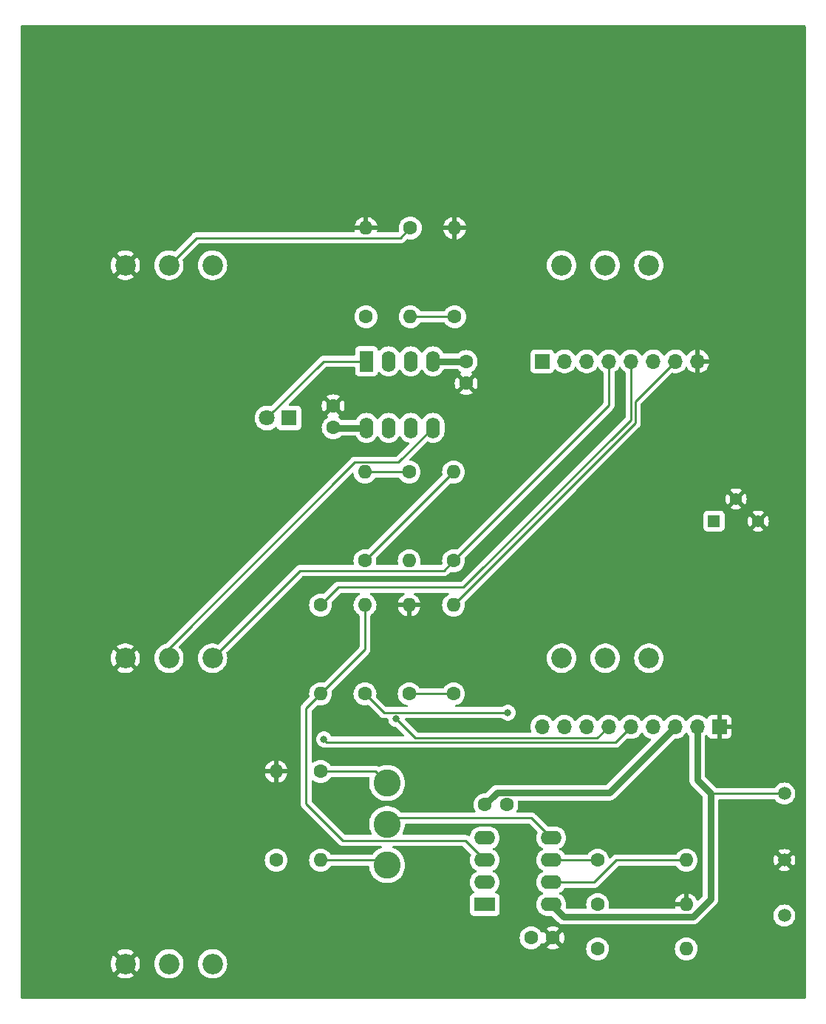
<source format=gbl>
G04 #@! TF.GenerationSoftware,KiCad,Pcbnew,7.0.1-3b83917a11~172~ubuntu22.04.1*
G04 #@! TF.CreationDate,2023-04-04T20:15:48-04:00*
G04 #@! TF.ProjectId,springReverbRev2_FrontPCB,73707269-6e67-4526-9576-657262526576,rev?*
G04 #@! TF.SameCoordinates,Original*
G04 #@! TF.FileFunction,Copper,L2,Bot*
G04 #@! TF.FilePolarity,Positive*
%FSLAX46Y46*%
G04 Gerber Fmt 4.6, Leading zero omitted, Abs format (unit mm)*
G04 Created by KiCad (PCBNEW 7.0.1-3b83917a11~172~ubuntu22.04.1) date 2023-04-04 20:15:48*
%MOMM*%
%LPD*%
G01*
G04 APERTURE LIST*
G04 #@! TA.AperFunction,ComponentPad*
%ADD10C,2.340000*%
G04 #@! TD*
G04 #@! TA.AperFunction,ComponentPad*
%ADD11R,1.800000X1.800000*%
G04 #@! TD*
G04 #@! TA.AperFunction,ComponentPad*
%ADD12C,1.800000*%
G04 #@! TD*
G04 #@! TA.AperFunction,ComponentPad*
%ADD13R,1.400000X1.400000*%
G04 #@! TD*
G04 #@! TA.AperFunction,ComponentPad*
%ADD14C,1.400000*%
G04 #@! TD*
G04 #@! TA.AperFunction,ComponentPad*
%ADD15C,1.500000*%
G04 #@! TD*
G04 #@! TA.AperFunction,ComponentPad*
%ADD16C,3.100000*%
G04 #@! TD*
G04 #@! TA.AperFunction,ComponentPad*
%ADD17C,1.600000*%
G04 #@! TD*
G04 #@! TA.AperFunction,ComponentPad*
%ADD18O,1.600000X1.600000*%
G04 #@! TD*
G04 #@! TA.AperFunction,ComponentPad*
%ADD19R,1.700000X1.700000*%
G04 #@! TD*
G04 #@! TA.AperFunction,ComponentPad*
%ADD20O,1.700000X1.700000*%
G04 #@! TD*
G04 #@! TA.AperFunction,ComponentPad*
%ADD21R,1.600000X2.400000*%
G04 #@! TD*
G04 #@! TA.AperFunction,ComponentPad*
%ADD22O,1.600000X2.400000*%
G04 #@! TD*
G04 #@! TA.AperFunction,ComponentPad*
%ADD23R,2.400000X1.600000*%
G04 #@! TD*
G04 #@! TA.AperFunction,ComponentPad*
%ADD24O,2.400000X1.600000*%
G04 #@! TD*
G04 #@! TA.AperFunction,ViaPad*
%ADD25C,0.800000*%
G04 #@! TD*
G04 #@! TA.AperFunction,Conductor*
%ADD26C,0.750000*%
G04 #@! TD*
G04 #@! TA.AperFunction,Conductor*
%ADD27C,0.250000*%
G04 #@! TD*
G04 APERTURE END LIST*
D10*
G04 #@! TO.P,RV901,1,1*
G04 #@! TO.N,Board_0-GND*
X117000000Y-71750000D03*
G04 #@! TO.P,RV901,2,2*
G04 #@! TO.N,Board_0-/Front board/MIX*
X122000000Y-71750000D03*
G04 #@! TO.P,RV901,3,3*
G04 #@! TO.N,Board_0-+12V*
X127000000Y-71750000D03*
G04 #@! TD*
D11*
G04 #@! TO.P,LED1,1,K*
G04 #@! TO.N,Board_0-/Front board/VAC_AN_F*
X135775000Y-89250000D03*
D12*
G04 #@! TO.P,LED1,2,A*
G04 #@! TO.N,Board_0-Net-(LED1-A)*
X133235000Y-89250000D03*
G04 #@! TD*
D13*
G04 #@! TO.P,VR1,1,1*
G04 #@! TO.N,Board_0-/Front board/TRIM_F*
X184460000Y-101060000D03*
D14*
G04 #@! TO.P,VR1,2,2*
G04 #@! TO.N,Board_0-GND*
X187000000Y-98520000D03*
G04 #@! TO.P,VR1,3,3*
X189540000Y-101060000D03*
G04 #@! TD*
D10*
G04 #@! TO.P,RV905,1,1*
G04 #@! TO.N,Board_0-/Front board/MIXPOT_WET_F*
X167000000Y-116750000D03*
G04 #@! TO.P,RV905,2,2*
G04 #@! TO.N,Board_0-/Front board/MIXPOT_MIX_F*
X172000000Y-116750000D03*
G04 #@! TO.P,RV905,3,3*
G04 #@! TO.N,Board_0-/Front board/MIXPOT_DRY_F*
X177000000Y-116750000D03*
G04 #@! TD*
G04 #@! TO.P,RV903,1,1*
G04 #@! TO.N,Board_0-GND*
X117000000Y-151750000D03*
G04 #@! TO.P,RV903,2,2*
G04 #@! TO.N,Board_0-/Front board/FB_LEVEL*
X122000000Y-151750000D03*
G04 #@! TO.P,RV903,3,3*
G04 #@! TO.N,Board_0-/Front board/AUDIO_IN_2*
X127000000Y-151750000D03*
G04 #@! TD*
G04 #@! TO.P,RV904,1,1*
G04 #@! TO.N,Board_0-/Front board/EQ_POT_1_F*
X167000000Y-71750000D03*
G04 #@! TO.P,RV904,2,2*
G04 #@! TO.N,Board_0-/Front board/EQ_POT_2_F*
X172000000Y-71750000D03*
G04 #@! TO.P,RV904,3,3*
G04 #@! TO.N,Board_0-/Front board/EQ_POT_3_F*
X177000000Y-71750000D03*
G04 #@! TD*
D15*
G04 #@! TO.P,TP905,1,1*
G04 #@! TO.N,Board_0-GND*
X192520000Y-139880000D03*
G04 #@! TD*
G04 #@! TO.P,TP904,1,1*
G04 #@! TO.N,Board_0-+12V*
X192520000Y-132260000D03*
G04 #@! TD*
D16*
G04 #@! TO.P,SW901,1,1*
G04 #@! TO.N,Board_0-Net-(R25-Pad1)*
X147000000Y-140450000D03*
G04 #@! TO.P,SW901,2,2*
G04 #@! TO.N,Board_0-Net-(U1B-+)*
X147000000Y-135750000D03*
G04 #@! TO.P,SW901,3,3*
G04 #@! TO.N,Board_0-/Front board/FB_LEVEL*
X147000000Y-131050000D03*
G04 #@! TD*
D10*
G04 #@! TO.P,RV902,1,1*
G04 #@! TO.N,Board_0-GND*
X117000000Y-116750000D03*
G04 #@! TO.P,RV902,2,2*
G04 #@! TO.N,Board_0-/Front board/CV_LEVEL*
X122000000Y-116750000D03*
G04 #@! TO.P,RV902,3,3*
G04 #@! TO.N,Board_0-/Front board/CV_IN*
X127000000Y-116750000D03*
G04 #@! TD*
D15*
G04 #@! TO.P,TP906,1,1*
G04 #@! TO.N,Board_0--12V*
X192520000Y-146230000D03*
G04 #@! TD*
D17*
G04 #@! TO.P,C903,1*
G04 #@! TO.N,Board_0-+12V*
X163510000Y-148770000D03*
G04 #@! TO.P,C903,2*
G04 #@! TO.N,Board_0-GND*
X166010000Y-148770000D03*
G04 #@! TD*
G04 #@! TO.P,R2,1*
G04 #@! TO.N,Board_0-Net-(U1B-+)*
X171130000Y-144960000D03*
D18*
G04 #@! TO.P,R2,2*
G04 #@! TO.N,Board_0-GND*
X181290000Y-144960000D03*
G04 #@! TD*
D17*
G04 #@! TO.P,R23,1*
G04 #@! TO.N,Board_0-Net-(U2A-+)*
X154745000Y-77650000D03*
D18*
G04 #@! TO.P,R23,2*
G04 #@! TO.N,Board_0-GND*
X154745000Y-67490000D03*
G04 #@! TD*
D17*
G04 #@! TO.P,R24,1*
G04 #@! TO.N,Board_0-/Front board/VAC_CA_F*
X144585000Y-77650000D03*
D18*
G04 #@! TO.P,R24,2*
G04 #@! TO.N,Board_0-GND*
X144585000Y-67490000D03*
G04 #@! TD*
D17*
G04 #@! TO.P,R26,1*
G04 #@! TO.N,Board_0-/Front board/FB_LEVEL*
X139380000Y-129720000D03*
D18*
G04 #@! TO.P,R26,2*
G04 #@! TO.N,Board_0-Net-(R25-Pad1)*
X139380000Y-139880000D03*
G04 #@! TD*
D17*
G04 #@! TO.P,R16,1*
G04 #@! TO.N,Board_0-/Front board/CV_IN*
X154620000Y-105590000D03*
D18*
G04 #@! TO.P,R16,2*
G04 #@! TO.N,Board_0-Net-(U2B--)*
X154620000Y-95430000D03*
G04 #@! TD*
D17*
G04 #@! TO.P,R22,1*
G04 #@! TO.N,Board_0-Net-(R20-Pad2)*
X149540000Y-95430000D03*
D18*
G04 #@! TO.P,R22,2*
G04 #@! TO.N,Board_0-Net-(U2A-+)*
X149540000Y-105590000D03*
G04 #@! TD*
D19*
G04 #@! TO.P,J909,1,Pin_1*
G04 #@! TO.N,Board_0-GND*
X185090000Y-124615000D03*
D20*
G04 #@! TO.P,J909,2,Pin_2*
G04 #@! TO.N,Board_0-+12V*
X182550000Y-124615000D03*
G04 #@! TO.P,J909,3,Pin_3*
G04 #@! TO.N,Board_0--12V*
X180010000Y-124615000D03*
G04 #@! TO.P,J909,4,Pin_4*
G04 #@! TO.N,Board_0-/Front board/TRIM_F*
X177470000Y-124615000D03*
G04 #@! TO.P,J909,5,Pin_5*
G04 #@! TO.N,Board_0-/Front board/VAC_AN_F*
X174930000Y-124615000D03*
G04 #@! TO.P,J909,6,Pin_6*
G04 #@! TO.N,Board_0-/Front board/VAC_CA_F*
X172390000Y-124615000D03*
G04 #@! TO.P,J909,7,Pin_7*
G04 #@! TO.N,Board_0-/Front board/MIXPOT_DRY_F*
X169850000Y-124615000D03*
G04 #@! TO.P,J909,8,Pin_8*
G04 #@! TO.N,Board_0-/Front board/MIXPOT_MIX_F*
X167310000Y-124615000D03*
G04 #@! TO.P,J909,9,Pin_9*
G04 #@! TO.N,Board_0-/Front board/MIXPOT_WET_F*
X164770000Y-124615000D03*
G04 #@! TD*
D17*
G04 #@! TO.P,C6,1*
G04 #@! TO.N,Board_0-+12V*
X140825000Y-90350000D03*
G04 #@! TO.P,C6,2*
G04 #@! TO.N,Board_0-GND*
X140825000Y-87850000D03*
G04 #@! TD*
G04 #@! TO.P,R9,1*
G04 #@! TO.N,Board_0-Net-(R7-Pad2)*
X144470000Y-120820000D03*
D18*
G04 #@! TO.P,R9,2*
G04 #@! TO.N,Board_0-Net-(U1A-+)*
X144470000Y-110660000D03*
G04 #@! TD*
D17*
G04 #@! TO.P,R8,1*
G04 #@! TO.N,Board_0-/Front board/AUDIO_IN_1*
X139380000Y-110670000D03*
D18*
G04 #@! TO.P,R8,2*
G04 #@! TO.N,Board_0-Net-(U1A-+)*
X139380000Y-120830000D03*
G04 #@! TD*
D21*
G04 #@! TO.P,U2,1*
G04 #@! TO.N,Board_0-Net-(LED1-A)*
X144645000Y-82740000D03*
D22*
G04 #@! TO.P,U2,2,-*
G04 #@! TO.N,Board_0-/Front board/VAC_CA_F*
X147185000Y-82740000D03*
G04 #@! TO.P,U2,3,+*
G04 #@! TO.N,Board_0-Net-(U2A-+)*
X149725000Y-82740000D03*
G04 #@! TO.P,U2,4,V-*
G04 #@! TO.N,Board_0--12V*
X152265000Y-82740000D03*
G04 #@! TO.P,U2,5,+*
G04 #@! TO.N,Board_0-/Front board/CV_LEVEL*
X152265000Y-90360000D03*
G04 #@! TO.P,U2,6,-*
G04 #@! TO.N,Board_0-Net-(U2B--)*
X149725000Y-90360000D03*
G04 #@! TO.P,U2,7*
G04 #@! TO.N,Board_0-Net-(R20-Pad2)*
X147185000Y-90360000D03*
G04 #@! TO.P,U2,8,V+*
G04 #@! TO.N,Board_0-+12V*
X144645000Y-90360000D03*
G04 #@! TD*
D17*
G04 #@! TO.P,R12,1*
G04 #@! TO.N,Board_0-Net-(U1A--)*
X149540000Y-120830000D03*
D18*
G04 #@! TO.P,R12,2*
G04 #@! TO.N,Board_0-GND*
X149540000Y-110670000D03*
G04 #@! TD*
D17*
G04 #@! TO.P,C7,1*
G04 #@! TO.N,Board_0-GND*
X156065000Y-85270000D03*
G04 #@! TO.P,C7,2*
G04 #@! TO.N,Board_0--12V*
X156065000Y-82770000D03*
G04 #@! TD*
G04 #@! TO.P,C904,1*
G04 #@! TO.N,Board_0-GND*
X160724286Y-133530000D03*
G04 #@! TO.P,C904,2*
G04 #@! TO.N,Board_0--12V*
X158224286Y-133530000D03*
G04 #@! TD*
G04 #@! TO.P,R20,1*
G04 #@! TO.N,Board_0-Net-(U2B--)*
X144460000Y-105590000D03*
D18*
G04 #@! TO.P,R20,2*
G04 #@! TO.N,Board_0-Net-(R20-Pad2)*
X144460000Y-95430000D03*
G04 #@! TD*
D19*
G04 #@! TO.P,J907,1,Pin_1*
G04 #@! TO.N,Board_0-/Front board/EQ_POT_1_F*
X164795000Y-82755000D03*
D20*
G04 #@! TO.P,J907,2,Pin_2*
G04 #@! TO.N,Board_0-/Front board/EQ_POT_2_F*
X167335000Y-82755000D03*
G04 #@! TO.P,J907,3,Pin_3*
G04 #@! TO.N,Board_0-/Front board/EQ_POT_3_F*
X169875000Y-82755000D03*
G04 #@! TO.P,J907,4,Pin_4*
G04 #@! TO.N,Board_0-/Front board/CV_IN*
X172415000Y-82755000D03*
G04 #@! TO.P,J907,5,Pin_5*
G04 #@! TO.N,Board_0-/Front board/AUDIO_IN_1*
X174955000Y-82755000D03*
G04 #@! TO.P,J907,6,Pin_6*
G04 #@! TO.N,Board_0-/Front board/AUDIO_IN_2*
X177495000Y-82755000D03*
G04 #@! TO.P,J907,7,Pin_7*
G04 #@! TO.N,Board_0-/Front board/DRY_F*
X180035000Y-82755000D03*
G04 #@! TO.P,J907,8,Pin_8*
G04 #@! TO.N,Board_0-GND*
X182575000Y-82755000D03*
G04 #@! TD*
D17*
G04 #@! TO.P,R7,1*
G04 #@! TO.N,Board_0-Net-(U1B--)*
X171130000Y-139880000D03*
D18*
G04 #@! TO.P,R7,2*
G04 #@! TO.N,Board_0-Net-(R7-Pad2)*
X181290000Y-139880000D03*
G04 #@! TD*
D23*
G04 #@! TO.P,U1,1*
G04 #@! TO.N,Board_0-/Front board/DRY_F*
X158194286Y-144950000D03*
D24*
G04 #@! TO.P,U1,2,-*
G04 #@! TO.N,Board_0-Net-(U1A--)*
X158194286Y-142410000D03*
G04 #@! TO.P,U1,3,+*
G04 #@! TO.N,Board_0-Net-(U1A-+)*
X158194286Y-139870000D03*
G04 #@! TO.P,U1,4,V-*
G04 #@! TO.N,Board_0--12V*
X158194286Y-137330000D03*
G04 #@! TO.P,U1,5,+*
G04 #@! TO.N,Board_0-Net-(U1B-+)*
X165814286Y-137330000D03*
G04 #@! TO.P,U1,6,-*
G04 #@! TO.N,Board_0-Net-(U1B--)*
X165814286Y-139870000D03*
G04 #@! TO.P,U1,7*
G04 #@! TO.N,Board_0-Net-(R7-Pad2)*
X165814286Y-142410000D03*
G04 #@! TO.P,U1,8,V+*
G04 #@! TO.N,Board_0-+12V*
X165814286Y-144950000D03*
G04 #@! TD*
D17*
G04 #@! TO.P,R1,1*
G04 #@! TO.N,Board_0-/Front board/FB_LEVEL*
X171130000Y-150040000D03*
D18*
G04 #@! TO.P,R1,2*
G04 #@! TO.N,Board_0-Net-(U1B--)*
X181290000Y-150040000D03*
G04 #@! TD*
D17*
G04 #@! TO.P,R13,1*
G04 #@! TO.N,Board_0-Net-(U1A--)*
X154620000Y-120830000D03*
D18*
G04 #@! TO.P,R13,2*
G04 #@! TO.N,Board_0-/Front board/DRY_F*
X154620000Y-110670000D03*
G04 #@! TD*
D17*
G04 #@! TO.P,R21,1*
G04 #@! TO.N,Board_0-/Front board/MIX*
X149665000Y-67490000D03*
D18*
G04 #@! TO.P,R21,2*
G04 #@! TO.N,Board_0-Net-(U2A-+)*
X149665000Y-77650000D03*
G04 #@! TD*
D17*
G04 #@! TO.P,R25,1*
G04 #@! TO.N,Board_0-Net-(R25-Pad1)*
X134300000Y-139880000D03*
D18*
G04 #@! TO.P,R25,2*
G04 #@! TO.N,Board_0-GND*
X134300000Y-129720000D03*
G04 #@! TD*
D25*
G04 #@! TO.N,Board_0-/Front board/VAC_AN_F*
X139761000Y-126037000D03*
G04 #@! TO.N,Board_0-/Front board/VAC_CA_F*
X148054732Y-123713500D03*
G04 #@! TO.N,Board_0-Net-(R7-Pad2)*
X160843000Y-122989000D03*
G04 #@! TD*
D26*
G04 #@! TO.N,Board_0-+12V*
X184084002Y-144324998D02*
X184084002Y-132260000D01*
X140835000Y-90360000D02*
X140825000Y-90350000D01*
X182550000Y-130725998D02*
X184084002Y-132260000D01*
D27*
X192520000Y-132260000D02*
X184084002Y-132260000D01*
D26*
X167221286Y-146357000D02*
X182052000Y-146357000D01*
X182550000Y-124615000D02*
X182550000Y-130725998D01*
X144645000Y-90360000D02*
X140835000Y-90360000D01*
X182052000Y-146357000D02*
X184084002Y-144324998D01*
X165814286Y-144950000D02*
X167221286Y-146357000D01*
G04 #@! TO.N,Board_0--12V*
X180010000Y-124615000D02*
X172470000Y-132155000D01*
X159599286Y-132155000D02*
X158224286Y-133530000D01*
X152265000Y-82740000D02*
X156035000Y-82740000D01*
X156035000Y-82740000D02*
X156065000Y-82770000D01*
X172470000Y-132155000D02*
X159599286Y-132155000D01*
D27*
G04 #@! TO.N,Board_0-/Front board/AUDIO_IN_1*
X174955000Y-89446000D02*
X174955000Y-82755000D01*
X139380000Y-110670000D02*
X141412000Y-108638000D01*
X155763000Y-108638000D02*
X174955000Y-89446000D01*
X141412000Y-108638000D02*
X155763000Y-108638000D01*
G04 #@! TO.N,Board_0-/Front board/CV_IN*
X127000000Y-116750000D02*
X137035000Y-106715000D01*
X153495000Y-106715000D02*
X154620000Y-105590000D01*
X172415000Y-87795000D02*
X172415000Y-82755000D01*
X137035000Y-106715000D02*
X153495000Y-106715000D01*
X154620000Y-105590000D02*
X172415000Y-87795000D01*
G04 #@! TO.N,Board_0-/Front board/CV_LEVEL*
X148320000Y-94305000D02*
X143299000Y-94305000D01*
X152265000Y-90360000D02*
X148320000Y-94305000D01*
X122000000Y-115604000D02*
X122000000Y-116750000D01*
X143299000Y-94305000D02*
X122000000Y-115604000D01*
G04 #@! TO.N,Board_0-/Front board/DRY_F*
X175448000Y-87342000D02*
X175448000Y-89842000D01*
X180035000Y-82755000D02*
X175448000Y-87342000D01*
X175448000Y-89842000D02*
X154620000Y-110670000D01*
G04 #@! TO.N,Board_0-/Front board/FB_LEVEL*
X139380000Y-129720000D02*
X145670000Y-129720000D01*
X145670000Y-129720000D02*
X147000000Y-131050000D01*
G04 #@! TO.N,Board_0-/Front board/MIX*
X125135000Y-68615000D02*
X148540000Y-68615000D01*
X122000000Y-71750000D02*
X125135000Y-68615000D01*
X148540000Y-68615000D02*
X149665000Y-67490000D01*
G04 #@! TO.N,Board_0-/Front board/VAC_AN_F*
X140083501Y-126359501D02*
X139761000Y-126037000D01*
X174930000Y-124615000D02*
X173185499Y-126359501D01*
X173185499Y-126359501D02*
X140083501Y-126359501D01*
G04 #@! TO.N,Board_0-/Front board/VAC_CA_F*
X171095000Y-125910000D02*
X150251232Y-125910000D01*
X172390000Y-124615000D02*
X171095000Y-125910000D01*
X150251232Y-125910000D02*
X148054732Y-123713500D01*
G04 #@! TO.N,Board_0-Net-(LED1-A)*
X139745000Y-82740000D02*
X144645000Y-82740000D01*
X133235000Y-89250000D02*
X139745000Y-82740000D01*
G04 #@! TO.N,Board_0-Net-(R20-Pad2)*
X144460000Y-95430000D02*
X149540000Y-95430000D01*
G04 #@! TO.N,Board_0-Net-(R25-Pad1)*
X146430000Y-139880000D02*
X147000000Y-140450000D01*
X139380000Y-139880000D02*
X146430000Y-139880000D01*
G04 #@! TO.N,Board_0-Net-(R7-Pad2)*
X160843000Y-122989000D02*
X146639000Y-122989000D01*
X165814286Y-142410000D02*
X170759000Y-142410000D01*
X146639000Y-122989000D02*
X144470000Y-120820000D01*
X173289000Y-139880000D02*
X181290000Y-139880000D01*
X170759000Y-142410000D02*
X173289000Y-139880000D01*
G04 #@! TO.N,Board_0-Net-(U1A-+)*
X137729000Y-133403000D02*
X137729000Y-122481000D01*
X144470000Y-115740000D02*
X144470000Y-110660000D01*
X155949286Y-137625000D02*
X141951000Y-137625000D01*
X137729000Y-122481000D02*
X139380000Y-120830000D01*
X158194286Y-139870000D02*
X155949286Y-137625000D01*
X141951000Y-137625000D02*
X137729000Y-133403000D01*
X139380000Y-120830000D02*
X144470000Y-115740000D01*
G04 #@! TO.N,Board_0-Net-(U1A--)*
X149540000Y-120830000D02*
X154620000Y-120830000D01*
G04 #@! TO.N,Board_0-Net-(U1B-+)*
X147696000Y-135054000D02*
X163538286Y-135054000D01*
X147000000Y-135750000D02*
X147696000Y-135054000D01*
X163538286Y-135054000D02*
X165814286Y-137330000D01*
G04 #@! TO.N,Board_0-Net-(U1B--)*
X165814286Y-139870000D02*
X171120000Y-139870000D01*
X171120000Y-139870000D02*
X171130000Y-139880000D01*
G04 #@! TO.N,Board_0-Net-(U2A-+)*
X154745000Y-77650000D02*
X149665000Y-77650000D01*
G04 #@! TO.N,Board_0-Net-(U2B--)*
X144460000Y-105590000D02*
X154620000Y-95430000D01*
G04 #@! TD*
G04 #@! TA.AperFunction,Conductor*
G04 #@! TO.N,Board_0-GND*
G36*
X181339969Y-125274458D02*
G01*
X181385481Y-125316354D01*
X181474278Y-125452268D01*
X181574434Y-125561065D01*
X181633201Y-125624903D01*
X181657880Y-125664439D01*
X181666500Y-125710241D01*
X181666500Y-130646543D01*
X181664949Y-130666252D01*
X181662850Y-130679505D01*
X181666327Y-130745849D01*
X181666500Y-130752443D01*
X181666500Y-130772310D01*
X181668575Y-130792063D01*
X181669092Y-130798630D01*
X181672569Y-130864967D01*
X181676043Y-130877933D01*
X181679643Y-130897361D01*
X181681045Y-130910697D01*
X181681046Y-130910700D01*
X181701574Y-130973879D01*
X181703442Y-130980187D01*
X181720637Y-131044360D01*
X181726727Y-131056312D01*
X181734292Y-131074575D01*
X181738437Y-131087331D01*
X181771646Y-131144851D01*
X181774793Y-131150647D01*
X181804951Y-131209834D01*
X181813391Y-131220257D01*
X181824587Y-131236548D01*
X181831295Y-131248166D01*
X181875744Y-131297533D01*
X181880026Y-131302546D01*
X181885405Y-131309188D01*
X181892528Y-131317984D01*
X181906589Y-131332045D01*
X181911095Y-131336793D01*
X181955566Y-131386183D01*
X181966421Y-131394069D01*
X181981453Y-131406909D01*
X183163597Y-132589053D01*
X183190911Y-132629930D01*
X183200502Y-132678148D01*
X183200502Y-143906850D01*
X183190911Y-143955068D01*
X183163597Y-143995946D01*
X182690742Y-144468799D01*
X182639536Y-144499871D01*
X182579767Y-144503789D01*
X182524943Y-144479666D01*
X182487452Y-144432953D01*
X182427087Y-144303501D01*
X182295810Y-144116018D01*
X182133981Y-143954189D01*
X181946498Y-143822912D01*
X181739070Y-143726186D01*
X181543999Y-143673917D01*
X181544000Y-143673918D01*
X181544000Y-145088000D01*
X181527119Y-145151000D01*
X181481000Y-145197119D01*
X181418000Y-145214000D01*
X180003918Y-145214000D01*
X180030951Y-145314889D01*
X180032823Y-145372081D01*
X180009206Y-145424204D01*
X179964972Y-145460506D01*
X179909244Y-145473500D01*
X172511273Y-145473500D01*
X172455545Y-145460506D01*
X172411310Y-145424204D01*
X172387694Y-145372081D01*
X172389566Y-145314889D01*
X172423543Y-145188087D01*
X172443498Y-144960000D01*
X172423543Y-144731913D01*
X172416600Y-144706000D01*
X180003917Y-144706000D01*
X181036000Y-144706000D01*
X181036000Y-143673917D01*
X180840929Y-143726186D01*
X180633501Y-143822912D01*
X180446018Y-143954189D01*
X180284189Y-144116018D01*
X180152912Y-144303501D01*
X180056186Y-144510929D01*
X180003917Y-144706000D01*
X172416600Y-144706000D01*
X172364284Y-144510757D01*
X172363792Y-144509702D01*
X172267522Y-144303249D01*
X172179817Y-144177995D01*
X172136198Y-144115700D01*
X172136197Y-144115699D01*
X172136195Y-144115696D01*
X171974303Y-143953804D01*
X171786750Y-143822477D01*
X171579243Y-143725715D01*
X171358087Y-143666457D01*
X171130000Y-143646502D01*
X170901912Y-143666457D01*
X170680756Y-143725715D01*
X170473249Y-143822477D01*
X170285696Y-143953804D01*
X170123804Y-144115696D01*
X169992477Y-144303249D01*
X169895715Y-144510756D01*
X169836457Y-144731912D01*
X169822054Y-144896534D01*
X169816502Y-144960000D01*
X169836457Y-145188087D01*
X169870434Y-145314889D01*
X169872306Y-145372081D01*
X169848690Y-145424204D01*
X169804455Y-145460506D01*
X169748727Y-145473500D01*
X167639434Y-145473500D01*
X167591216Y-145463909D01*
X167550339Y-145436595D01*
X167513621Y-145399877D01*
X167481009Y-145343392D01*
X167481009Y-145278173D01*
X167507829Y-145178087D01*
X167527784Y-144950000D01*
X167507829Y-144721913D01*
X167450967Y-144509702D01*
X167448570Y-144500756D01*
X167351808Y-144293249D01*
X167220481Y-144105696D01*
X167058589Y-143943804D01*
X166871034Y-143812476D01*
X166831829Y-143794195D01*
X166778811Y-143747700D01*
X166759078Y-143680000D01*
X166778811Y-143612300D01*
X166831829Y-143565805D01*
X166836449Y-143563650D01*
X166871035Y-143547523D01*
X167058586Y-143416198D01*
X167220484Y-143254300D01*
X167330467Y-143097227D01*
X167375499Y-143057737D01*
X167433679Y-143043500D01*
X170675147Y-143043500D01*
X170695935Y-143045795D01*
X170698907Y-143045701D01*
X170698909Y-143045702D01*
X170766985Y-143043562D01*
X170770945Y-143043500D01*
X170798852Y-143043500D01*
X170798856Y-143043500D01*
X170802865Y-143042993D01*
X170814699Y-143042061D01*
X170858889Y-143040673D01*
X170878338Y-143035021D01*
X170897698Y-143031012D01*
X170917797Y-143028474D01*
X170958915Y-143012193D01*
X170970117Y-143008357D01*
X171012593Y-142996018D01*
X171030039Y-142985699D01*
X171047780Y-142977009D01*
X171066617Y-142969552D01*
X171102392Y-142943558D01*
X171112303Y-142937048D01*
X171150362Y-142914542D01*
X171164691Y-142900212D01*
X171179719Y-142887377D01*
X171196107Y-142875472D01*
X171224303Y-142841386D01*
X171232272Y-142832630D01*
X173514498Y-140550405D01*
X173555376Y-140523091D01*
X173603594Y-140513500D01*
X180070607Y-140513500D01*
X180128787Y-140527737D01*
X180173818Y-140567227D01*
X180218403Y-140630901D01*
X180283804Y-140724303D01*
X180445696Y-140886195D01*
X180633249Y-141017522D01*
X180840756Y-141114284D01*
X180875595Y-141123619D01*
X181061913Y-141173543D01*
X181290000Y-141193498D01*
X181518087Y-141173543D01*
X181739243Y-141114284D01*
X181946749Y-141017523D01*
X182134300Y-140886198D01*
X182296198Y-140724300D01*
X182427523Y-140536749D01*
X182524284Y-140329243D01*
X182583543Y-140108087D01*
X182603498Y-139880000D01*
X182583543Y-139651913D01*
X182524284Y-139430757D01*
X182519620Y-139420756D01*
X182427522Y-139223249D01*
X182296195Y-139035696D01*
X182134303Y-138873804D01*
X181946750Y-138742477D01*
X181739243Y-138645715D01*
X181518087Y-138586457D01*
X181290000Y-138566502D01*
X181061912Y-138586457D01*
X180840756Y-138645715D01*
X180633249Y-138742477D01*
X180445696Y-138873804D01*
X180283804Y-139035696D01*
X180221511Y-139124659D01*
X180173818Y-139192772D01*
X180128787Y-139232263D01*
X180070607Y-139246500D01*
X173372853Y-139246500D01*
X173352064Y-139244204D01*
X173281014Y-139246438D01*
X173277055Y-139246500D01*
X173249139Y-139246500D01*
X173245123Y-139247007D01*
X173233303Y-139247937D01*
X173189110Y-139249326D01*
X173169657Y-139254978D01*
X173150303Y-139258986D01*
X173130204Y-139261525D01*
X173089096Y-139277801D01*
X173077870Y-139281644D01*
X173035408Y-139293981D01*
X173017964Y-139304297D01*
X173000215Y-139312991D01*
X172981384Y-139320446D01*
X172945625Y-139346427D01*
X172935706Y-139352943D01*
X172897636Y-139375457D01*
X172883309Y-139389785D01*
X172868279Y-139402622D01*
X172851894Y-139414526D01*
X172823711Y-139448593D01*
X172815723Y-139457370D01*
X172619626Y-139653467D01*
X172563142Y-139686079D01*
X172497920Y-139686079D01*
X172441435Y-139653467D01*
X172408824Y-139596983D01*
X172364284Y-139430756D01*
X172267522Y-139223249D01*
X172136195Y-139035696D01*
X171974303Y-138873804D01*
X171786750Y-138742477D01*
X171579243Y-138645715D01*
X171358087Y-138586457D01*
X171130000Y-138566502D01*
X170901912Y-138586457D01*
X170680756Y-138645715D01*
X170473249Y-138742477D01*
X170285696Y-138873804D01*
X170123804Y-139035696D01*
X170061255Y-139125024D01*
X170020820Y-139182772D01*
X169975789Y-139222263D01*
X169917609Y-139236500D01*
X167433679Y-139236500D01*
X167375499Y-139222263D01*
X167330467Y-139182772D01*
X167220484Y-139025700D01*
X167220483Y-139025699D01*
X167220481Y-139025696D01*
X167058589Y-138863804D01*
X166871034Y-138732476D01*
X166831829Y-138714195D01*
X166778811Y-138667700D01*
X166759078Y-138600000D01*
X166778811Y-138532300D01*
X166831829Y-138485805D01*
X166851601Y-138476585D01*
X166871035Y-138467523D01*
X167058586Y-138336198D01*
X167220484Y-138174300D01*
X167351809Y-137986749D01*
X167448570Y-137779243D01*
X167507829Y-137558087D01*
X167527784Y-137330000D01*
X167507829Y-137101913D01*
X167448570Y-136880757D01*
X167351809Y-136673251D01*
X167315350Y-136621183D01*
X167220481Y-136485696D01*
X167058589Y-136323804D01*
X166871036Y-136192477D01*
X166663529Y-136095715D01*
X166442373Y-136036457D01*
X166271413Y-136021500D01*
X166271408Y-136021500D01*
X165453880Y-136021500D01*
X165405662Y-136011909D01*
X165364785Y-135984595D01*
X164045530Y-134665339D01*
X164032458Y-134649022D01*
X163980650Y-134600372D01*
X163977805Y-134597615D01*
X163958056Y-134577865D01*
X163957635Y-134577539D01*
X163954855Y-134575381D01*
X163945841Y-134567682D01*
X163913606Y-134537413D01*
X163895853Y-134527653D01*
X163879327Y-134516797D01*
X163863327Y-134504386D01*
X163822752Y-134486828D01*
X163812090Y-134481604D01*
X163773349Y-134460305D01*
X163759599Y-134456775D01*
X163753723Y-134455266D01*
X163735017Y-134448862D01*
X163732722Y-134447869D01*
X163716431Y-134440819D01*
X163672760Y-134433901D01*
X163661139Y-134431495D01*
X163618316Y-134420500D01*
X163618315Y-134420500D01*
X163598062Y-134420500D01*
X163578352Y-134418949D01*
X163558343Y-134415779D01*
X163514325Y-134419941D01*
X163502467Y-134420500D01*
X161939568Y-134420500D01*
X161874203Y-134402219D01*
X161827805Y-134352680D01*
X161813838Y-134286259D01*
X161836355Y-134222229D01*
X161861373Y-134186498D01*
X161958099Y-133979070D01*
X162017334Y-133757999D01*
X162037281Y-133529999D01*
X162017334Y-133302000D01*
X161989230Y-133197111D01*
X161987358Y-133139918D01*
X162010975Y-133087796D01*
X162055209Y-133051494D01*
X162110937Y-133038500D01*
X172390545Y-133038500D01*
X172410254Y-133040051D01*
X172412253Y-133040367D01*
X172423507Y-133042150D01*
X172486752Y-133038835D01*
X172489851Y-133038673D01*
X172496445Y-133038500D01*
X172516305Y-133038500D01*
X172516306Y-133038500D01*
X172536065Y-133036422D01*
X172542625Y-133035906D01*
X172608971Y-133032430D01*
X172621926Y-133028958D01*
X172641366Y-133025355D01*
X172648410Y-133024615D01*
X172654704Y-133023954D01*
X172717879Y-133003426D01*
X172724193Y-133001555D01*
X172788363Y-132984362D01*
X172800310Y-132978274D01*
X172818568Y-132970710D01*
X172831331Y-132966564D01*
X172888875Y-132933339D01*
X172894631Y-132930214D01*
X172953839Y-132900047D01*
X172964259Y-132891608D01*
X172980550Y-132880411D01*
X172992169Y-132873704D01*
X173041555Y-132829235D01*
X173046535Y-132824983D01*
X173061986Y-132812472D01*
X173076055Y-132798401D01*
X173080802Y-132793897D01*
X173130185Y-132749434D01*
X173138070Y-132738579D01*
X173150906Y-132723550D01*
X179864052Y-126010405D01*
X179904930Y-125983091D01*
X179953148Y-125973500D01*
X180122566Y-125973500D01*
X180122569Y-125973500D01*
X180344635Y-125936444D01*
X180557574Y-125863342D01*
X180755576Y-125756189D01*
X180933240Y-125617906D01*
X181085722Y-125452268D01*
X181174518Y-125316354D01*
X181220031Y-125274458D01*
X181280000Y-125259272D01*
X181339969Y-125274458D01*
G37*
G04 #@! TD.AperFunction*
G04 #@! TA.AperFunction,Conductor*
G36*
X194911500Y-44292381D02*
G01*
X194957619Y-44338500D01*
X194974500Y-44401500D01*
X194974500Y-155598500D01*
X194957619Y-155661500D01*
X194911500Y-155707619D01*
X194848500Y-155724500D01*
X105151500Y-155724500D01*
X105088500Y-155707619D01*
X105042381Y-155661500D01*
X105025500Y-155598500D01*
X105025500Y-153103199D01*
X116006011Y-153103199D01*
X116158644Y-153207263D01*
X116385241Y-153316387D01*
X116625559Y-153390514D01*
X116874254Y-153428000D01*
X117125746Y-153428000D01*
X117374440Y-153390514D01*
X117614761Y-153316386D01*
X117841349Y-153207266D01*
X117993988Y-153103198D01*
X117000001Y-152109210D01*
X116999999Y-152109210D01*
X116006011Y-153103197D01*
X116006011Y-153103199D01*
X105025500Y-153103199D01*
X105025500Y-151750000D01*
X115317295Y-151750000D01*
X115336089Y-152000795D01*
X115392053Y-152245987D01*
X115483935Y-152480098D01*
X115609684Y-152697901D01*
X115646597Y-152744189D01*
X115646599Y-152744189D01*
X116640789Y-151750001D01*
X117359210Y-151750001D01*
X118353400Y-152744190D01*
X118353401Y-152744190D01*
X118390317Y-152697899D01*
X118516064Y-152480099D01*
X118607946Y-152245987D01*
X118663910Y-152000795D01*
X118682704Y-151750000D01*
X120316793Y-151750000D01*
X120335593Y-152000871D01*
X120391572Y-152246133D01*
X120483397Y-152480098D01*
X120483483Y-152480316D01*
X120609269Y-152698184D01*
X120766122Y-152894872D01*
X120932533Y-153049278D01*
X120950541Y-153065987D01*
X121106432Y-153172270D01*
X121158397Y-153207700D01*
X121275901Y-153264287D01*
X121385054Y-153316853D01*
X121438667Y-153333390D01*
X121625451Y-153391005D01*
X121874214Y-153428500D01*
X122125784Y-153428500D01*
X122125786Y-153428500D01*
X122374549Y-153391005D01*
X122614945Y-153316853D01*
X122841604Y-153207700D01*
X123049462Y-153065984D01*
X123233878Y-152894872D01*
X123390731Y-152698184D01*
X123516517Y-152480316D01*
X123608427Y-152246134D01*
X123664407Y-152000869D01*
X123683207Y-151750000D01*
X125316793Y-151750000D01*
X125335593Y-152000871D01*
X125391572Y-152246133D01*
X125483397Y-152480098D01*
X125483483Y-152480316D01*
X125609269Y-152698184D01*
X125766122Y-152894872D01*
X125932533Y-153049278D01*
X125950541Y-153065987D01*
X126106432Y-153172270D01*
X126158397Y-153207700D01*
X126275901Y-153264287D01*
X126385054Y-153316853D01*
X126438667Y-153333390D01*
X126625451Y-153391005D01*
X126874214Y-153428500D01*
X127125784Y-153428500D01*
X127125786Y-153428500D01*
X127374549Y-153391005D01*
X127614945Y-153316853D01*
X127841604Y-153207700D01*
X128049462Y-153065984D01*
X128233878Y-152894872D01*
X128390731Y-152698184D01*
X128516517Y-152480316D01*
X128608427Y-152246134D01*
X128664407Y-152000869D01*
X128683207Y-151750000D01*
X128664407Y-151499131D01*
X128608427Y-151253866D01*
X128516517Y-151019684D01*
X128390731Y-150801816D01*
X128233878Y-150605128D01*
X128049462Y-150434016D01*
X127841604Y-150292300D01*
X127841603Y-150292299D01*
X127841601Y-150292298D01*
X127614945Y-150183146D01*
X127441134Y-150129533D01*
X127374549Y-150108995D01*
X127125786Y-150071500D01*
X126874214Y-150071500D01*
X126625451Y-150108995D01*
X126612477Y-150112996D01*
X126385054Y-150183146D01*
X126158396Y-150292300D01*
X125950541Y-150434012D01*
X125891017Y-150489243D01*
X125766122Y-150605128D01*
X125609269Y-150801816D01*
X125609267Y-150801819D01*
X125483483Y-151019683D01*
X125391572Y-151253866D01*
X125335593Y-151499128D01*
X125316793Y-151750000D01*
X123683207Y-151750000D01*
X123664407Y-151499131D01*
X123608427Y-151253866D01*
X123516517Y-151019684D01*
X123390731Y-150801816D01*
X123233878Y-150605128D01*
X123049462Y-150434016D01*
X122841604Y-150292300D01*
X122841603Y-150292299D01*
X122841601Y-150292298D01*
X122614945Y-150183146D01*
X122441134Y-150129533D01*
X122374549Y-150108995D01*
X122125786Y-150071500D01*
X121874214Y-150071500D01*
X121625451Y-150108995D01*
X121612477Y-150112996D01*
X121385054Y-150183146D01*
X121158396Y-150292300D01*
X120950541Y-150434012D01*
X120891017Y-150489243D01*
X120766122Y-150605128D01*
X120609269Y-150801816D01*
X120609267Y-150801819D01*
X120483483Y-151019683D01*
X120391572Y-151253866D01*
X120335593Y-151499128D01*
X120316793Y-151750000D01*
X118682704Y-151750000D01*
X118682704Y-151749999D01*
X118663910Y-151499204D01*
X118607946Y-151254012D01*
X118516064Y-151019901D01*
X118390315Y-150802098D01*
X118353401Y-150755809D01*
X118353399Y-150755809D01*
X117359210Y-151749999D01*
X117359210Y-151750001D01*
X116640789Y-151750001D01*
X116640789Y-151749999D01*
X115646598Y-150755809D01*
X115646597Y-150755809D01*
X115609684Y-150802098D01*
X115483935Y-151019901D01*
X115392053Y-151254012D01*
X115336089Y-151499204D01*
X115317295Y-151750000D01*
X105025500Y-151750000D01*
X105025500Y-150396801D01*
X116006011Y-150396801D01*
X116999999Y-151390789D01*
X117000001Y-151390789D01*
X117993987Y-150396801D01*
X117993987Y-150396799D01*
X117841353Y-150292735D01*
X117614761Y-150183613D01*
X117374440Y-150109485D01*
X117125746Y-150072000D01*
X116874254Y-150072000D01*
X116625559Y-150109485D01*
X116385241Y-150183612D01*
X116158650Y-150292734D01*
X116006011Y-150396800D01*
X116006011Y-150396801D01*
X105025500Y-150396801D01*
X105025500Y-148769999D01*
X162196502Y-148769999D01*
X162216457Y-148998087D01*
X162275715Y-149219243D01*
X162372477Y-149426750D01*
X162503804Y-149614303D01*
X162665696Y-149776195D01*
X162853249Y-149907522D01*
X163060756Y-150004284D01*
X163120015Y-150020162D01*
X163281913Y-150063543D01*
X163510000Y-150083498D01*
X163738087Y-150063543D01*
X163959243Y-150004284D01*
X164166749Y-149907523D01*
X164238760Y-149857100D01*
X165282110Y-149857100D01*
X165353497Y-149907085D01*
X165560929Y-150003813D01*
X165782000Y-150063048D01*
X166010000Y-150082995D01*
X166237999Y-150063048D01*
X166324016Y-150040000D01*
X169816502Y-150040000D01*
X169836457Y-150268087D01*
X169895715Y-150489243D01*
X169992477Y-150696750D01*
X170123804Y-150884303D01*
X170285696Y-151046195D01*
X170473249Y-151177522D01*
X170680756Y-151274284D01*
X170740014Y-151290162D01*
X170901913Y-151333543D01*
X171130000Y-151353498D01*
X171358087Y-151333543D01*
X171579243Y-151274284D01*
X171786749Y-151177523D01*
X171974300Y-151046198D01*
X172136198Y-150884300D01*
X172267523Y-150696749D01*
X172364284Y-150489243D01*
X172423543Y-150268087D01*
X172443498Y-150040000D01*
X179976502Y-150040000D01*
X179996457Y-150268087D01*
X180055715Y-150489243D01*
X180152477Y-150696750D01*
X180283804Y-150884303D01*
X180445696Y-151046195D01*
X180633249Y-151177522D01*
X180840756Y-151274284D01*
X180900014Y-151290162D01*
X181061913Y-151333543D01*
X181290000Y-151353498D01*
X181518087Y-151333543D01*
X181739243Y-151274284D01*
X181946749Y-151177523D01*
X182134300Y-151046198D01*
X182296198Y-150884300D01*
X182427523Y-150696749D01*
X182524284Y-150489243D01*
X182583543Y-150268087D01*
X182603498Y-150040000D01*
X182583543Y-149811913D01*
X182530593Y-149614303D01*
X182524284Y-149590756D01*
X182427522Y-149383249D01*
X182296195Y-149195696D01*
X182134303Y-149033804D01*
X181946750Y-148902477D01*
X181739243Y-148805715D01*
X181518087Y-148746457D01*
X181290000Y-148726502D01*
X181061912Y-148746457D01*
X180840756Y-148805715D01*
X180633249Y-148902477D01*
X180445696Y-149033804D01*
X180283804Y-149195696D01*
X180152477Y-149383249D01*
X180055715Y-149590756D01*
X179996457Y-149811912D01*
X179976502Y-150040000D01*
X172443498Y-150040000D01*
X172423543Y-149811913D01*
X172370593Y-149614303D01*
X172364284Y-149590756D01*
X172267522Y-149383249D01*
X172136195Y-149195696D01*
X171974303Y-149033804D01*
X171786750Y-148902477D01*
X171579243Y-148805715D01*
X171358087Y-148746457D01*
X171130000Y-148726502D01*
X170901912Y-148746457D01*
X170680756Y-148805715D01*
X170473249Y-148902477D01*
X170285696Y-149033804D01*
X170123804Y-149195696D01*
X169992477Y-149383249D01*
X169895715Y-149590756D01*
X169836457Y-149811912D01*
X169816502Y-150040000D01*
X166324016Y-150040000D01*
X166459070Y-150003813D01*
X166666498Y-149907087D01*
X166737888Y-149857099D01*
X166737888Y-149857097D01*
X166010001Y-149129210D01*
X166010000Y-149129210D01*
X165282110Y-149857098D01*
X165282110Y-149857100D01*
X164238760Y-149857100D01*
X164354300Y-149776198D01*
X164516198Y-149614300D01*
X164647523Y-149426749D01*
X164647522Y-149426749D01*
X164653846Y-149417719D01*
X164655622Y-149418962D01*
X164692571Y-149376826D01*
X164760272Y-149357090D01*
X164827974Y-149376822D01*
X164864750Y-149418756D01*
X164866590Y-149417468D01*
X164922900Y-149497887D01*
X165650789Y-148770001D01*
X166369210Y-148770001D01*
X167097097Y-149497888D01*
X167097099Y-149497888D01*
X167147087Y-149426498D01*
X167243813Y-149219070D01*
X167303048Y-148997999D01*
X167322995Y-148769999D01*
X167303048Y-148542000D01*
X167243813Y-148320929D01*
X167147085Y-148113497D01*
X167097100Y-148042110D01*
X167097098Y-148042110D01*
X166369210Y-148770000D01*
X166369210Y-148770001D01*
X165650789Y-148770001D01*
X165650790Y-148770000D01*
X165650790Y-148769999D01*
X164922900Y-148042109D01*
X164866590Y-148122531D01*
X164864751Y-148121243D01*
X164827971Y-148163179D01*
X164760272Y-148182909D01*
X164692574Y-148163175D01*
X164655621Y-148121037D01*
X164653846Y-148122281D01*
X164516195Y-147925696D01*
X164354303Y-147763804D01*
X164238761Y-147682900D01*
X165282109Y-147682900D01*
X166009999Y-148410790D01*
X166010000Y-148410790D01*
X166737888Y-147682899D01*
X166666497Y-147632912D01*
X166459070Y-147536186D01*
X166237999Y-147476951D01*
X166010000Y-147457004D01*
X165782000Y-147476951D01*
X165560929Y-147536186D01*
X165353499Y-147632913D01*
X165282109Y-147682900D01*
X164238761Y-147682900D01*
X164166750Y-147632477D01*
X163959243Y-147535715D01*
X163738087Y-147476457D01*
X163510000Y-147456502D01*
X163281912Y-147476457D01*
X163060756Y-147535715D01*
X162853249Y-147632477D01*
X162665696Y-147763804D01*
X162503804Y-147925696D01*
X162372477Y-148113249D01*
X162275715Y-148320756D01*
X162216457Y-148541912D01*
X162196502Y-148769999D01*
X105025500Y-148769999D01*
X105025500Y-139879999D01*
X132986502Y-139879999D01*
X133006457Y-140108087D01*
X133065715Y-140329243D01*
X133162477Y-140536750D01*
X133293804Y-140724303D01*
X133455696Y-140886195D01*
X133643249Y-141017522D01*
X133850756Y-141114284D01*
X133885595Y-141123619D01*
X134071913Y-141173543D01*
X134300000Y-141193498D01*
X134528087Y-141173543D01*
X134749243Y-141114284D01*
X134956749Y-141017523D01*
X135144300Y-140886198D01*
X135306198Y-140724300D01*
X135437523Y-140536749D01*
X135534284Y-140329243D01*
X135593543Y-140108087D01*
X135613498Y-139880000D01*
X135593543Y-139651913D01*
X135534284Y-139430757D01*
X135529620Y-139420756D01*
X135437522Y-139223249D01*
X135306195Y-139035696D01*
X135144303Y-138873804D01*
X134956750Y-138742477D01*
X134749243Y-138645715D01*
X134528087Y-138586457D01*
X134300000Y-138566502D01*
X134071912Y-138586457D01*
X133850756Y-138645715D01*
X133643249Y-138742477D01*
X133455696Y-138873804D01*
X133293804Y-139035696D01*
X133162477Y-139223249D01*
X133065715Y-139430756D01*
X133006457Y-139651912D01*
X132986502Y-139879999D01*
X105025500Y-139879999D01*
X105025500Y-129974000D01*
X133013918Y-129974000D01*
X133066186Y-130169070D01*
X133162912Y-130376498D01*
X133294189Y-130563981D01*
X133456018Y-130725810D01*
X133643501Y-130857087D01*
X133850929Y-130953813D01*
X134046000Y-131006082D01*
X134046000Y-129974000D01*
X134554000Y-129974000D01*
X134554000Y-131006082D01*
X134749070Y-130953813D01*
X134956498Y-130857087D01*
X135143981Y-130725810D01*
X135305810Y-130563981D01*
X135437087Y-130376498D01*
X135533813Y-130169070D01*
X135586082Y-129974000D01*
X134554000Y-129974000D01*
X134046000Y-129974000D01*
X133013918Y-129974000D01*
X105025500Y-129974000D01*
X105025500Y-129466000D01*
X133013917Y-129466000D01*
X134046000Y-129466000D01*
X134046000Y-128433917D01*
X134553999Y-128433917D01*
X134554000Y-128433918D01*
X134554000Y-129466000D01*
X135586082Y-129466000D01*
X135533813Y-129270929D01*
X135437087Y-129063501D01*
X135305810Y-128876018D01*
X135143981Y-128714189D01*
X134956498Y-128582912D01*
X134749070Y-128486186D01*
X134553999Y-128433917D01*
X134046000Y-128433917D01*
X133850929Y-128486186D01*
X133643501Y-128582912D01*
X133456018Y-128714189D01*
X133294189Y-128876018D01*
X133162912Y-129063501D01*
X133066186Y-129270929D01*
X133013917Y-129466000D01*
X105025500Y-129466000D01*
X105025500Y-118103199D01*
X116006011Y-118103199D01*
X116158644Y-118207263D01*
X116385241Y-118316387D01*
X116625559Y-118390514D01*
X116874254Y-118428000D01*
X117125746Y-118428000D01*
X117374440Y-118390514D01*
X117614761Y-118316386D01*
X117841349Y-118207266D01*
X117993988Y-118103198D01*
X117000001Y-117109210D01*
X116999999Y-117109210D01*
X116006011Y-118103197D01*
X116006011Y-118103199D01*
X105025500Y-118103199D01*
X105025500Y-116749999D01*
X115317295Y-116749999D01*
X115336089Y-117000795D01*
X115392053Y-117245987D01*
X115483935Y-117480098D01*
X115609684Y-117697901D01*
X115646597Y-117744189D01*
X115646599Y-117744189D01*
X116640789Y-116750000D01*
X117359210Y-116750000D01*
X118353400Y-117744190D01*
X118353401Y-117744190D01*
X118390317Y-117697899D01*
X118516064Y-117480099D01*
X118607946Y-117245987D01*
X118663910Y-117000795D01*
X118682704Y-116750000D01*
X118682704Y-116749999D01*
X120316793Y-116749999D01*
X120335593Y-117000871D01*
X120391572Y-117246133D01*
X120483397Y-117480098D01*
X120483483Y-117480316D01*
X120609269Y-117698184D01*
X120766122Y-117894872D01*
X120932533Y-118049278D01*
X120950541Y-118065987D01*
X121106432Y-118172270D01*
X121158397Y-118207700D01*
X121275901Y-118264287D01*
X121385054Y-118316853D01*
X121438667Y-118333390D01*
X121625451Y-118391005D01*
X121874214Y-118428500D01*
X122125784Y-118428500D01*
X122125786Y-118428500D01*
X122374549Y-118391005D01*
X122614945Y-118316853D01*
X122841604Y-118207700D01*
X123049462Y-118065984D01*
X123233878Y-117894872D01*
X123390731Y-117698184D01*
X123516517Y-117480316D01*
X123608427Y-117246134D01*
X123664407Y-117000869D01*
X123683207Y-116750000D01*
X123683207Y-116749999D01*
X125316793Y-116749999D01*
X125335593Y-117000871D01*
X125391572Y-117246133D01*
X125483397Y-117480098D01*
X125483483Y-117480316D01*
X125609269Y-117698184D01*
X125766122Y-117894872D01*
X125932533Y-118049278D01*
X125950541Y-118065987D01*
X126106432Y-118172270D01*
X126158397Y-118207700D01*
X126275901Y-118264287D01*
X126385054Y-118316853D01*
X126438667Y-118333390D01*
X126625451Y-118391005D01*
X126874214Y-118428500D01*
X127125784Y-118428500D01*
X127125786Y-118428500D01*
X127374549Y-118391005D01*
X127614945Y-118316853D01*
X127841604Y-118207700D01*
X128049462Y-118065984D01*
X128233878Y-117894872D01*
X128390731Y-117698184D01*
X128516517Y-117480316D01*
X128608427Y-117246134D01*
X128664407Y-117000869D01*
X128683207Y-116750000D01*
X128664407Y-116499131D01*
X128608427Y-116253866D01*
X128577575Y-116175258D01*
X128568876Y-116127655D01*
X128578760Y-116080283D01*
X128605768Y-116040134D01*
X137260499Y-107385405D01*
X137301377Y-107358091D01*
X137349595Y-107348500D01*
X153411147Y-107348500D01*
X153431935Y-107350795D01*
X153434907Y-107350701D01*
X153434909Y-107350702D01*
X153502985Y-107348562D01*
X153506945Y-107348500D01*
X153534852Y-107348500D01*
X153534856Y-107348500D01*
X153538865Y-107347993D01*
X153550699Y-107347061D01*
X153594889Y-107345673D01*
X153614338Y-107340021D01*
X153633698Y-107336012D01*
X153653797Y-107333474D01*
X153694915Y-107317193D01*
X153706117Y-107313357D01*
X153748593Y-107301018D01*
X153766039Y-107290699D01*
X153783780Y-107282009D01*
X153802617Y-107274552D01*
X153838392Y-107248558D01*
X153848303Y-107242048D01*
X153886362Y-107219542D01*
X153900691Y-107205212D01*
X153915719Y-107192377D01*
X153932107Y-107180472D01*
X153960303Y-107146386D01*
X153968272Y-107137630D01*
X154206753Y-106899149D01*
X154263235Y-106866539D01*
X154328457Y-106866539D01*
X154391913Y-106883543D01*
X154620000Y-106903498D01*
X154848087Y-106883543D01*
X155069243Y-106824284D01*
X155276749Y-106727523D01*
X155464300Y-106596198D01*
X155626198Y-106434300D01*
X155757523Y-106246749D01*
X155854284Y-106039243D01*
X155913543Y-105818087D01*
X155933498Y-105590000D01*
X155913543Y-105361913D01*
X155896539Y-105298457D01*
X155896539Y-105233235D01*
X155929149Y-105176753D01*
X172803658Y-88302244D01*
X172819979Y-88289170D01*
X172822014Y-88287002D01*
X172822018Y-88287000D01*
X172868677Y-88237311D01*
X172871368Y-88234534D01*
X172891134Y-88214770D01*
X172893605Y-88211583D01*
X172901312Y-88202559D01*
X172931586Y-88170321D01*
X172941343Y-88152570D01*
X172952199Y-88136043D01*
X172964613Y-88120041D01*
X172982172Y-88079461D01*
X172987392Y-88068809D01*
X173008694Y-88030061D01*
X173008695Y-88030060D01*
X173013732Y-88010439D01*
X173020138Y-87991730D01*
X173022298Y-87986739D01*
X173028181Y-87973145D01*
X173035096Y-87929476D01*
X173037496Y-87917881D01*
X173048500Y-87875030D01*
X173048500Y-87854769D01*
X173050051Y-87835058D01*
X173053219Y-87815055D01*
X173049059Y-87771046D01*
X173048500Y-87759189D01*
X173048500Y-84031921D01*
X173066259Y-83967424D01*
X173114528Y-83921108D01*
X173160576Y-83896189D01*
X173338240Y-83757906D01*
X173490722Y-83592268D01*
X173579518Y-83456354D01*
X173625031Y-83414458D01*
X173685000Y-83399272D01*
X173744969Y-83414458D01*
X173790481Y-83456354D01*
X173879278Y-83592268D01*
X173991525Y-83714200D01*
X174031762Y-83757908D01*
X174209418Y-83896185D01*
X174209420Y-83896186D01*
X174209424Y-83896189D01*
X174255471Y-83921108D01*
X174303741Y-83967424D01*
X174321500Y-84031921D01*
X174321500Y-89131406D01*
X174311909Y-89179624D01*
X174284595Y-89220501D01*
X155537500Y-107967595D01*
X155496623Y-107994909D01*
X155448405Y-108004500D01*
X141495853Y-108004500D01*
X141475063Y-108002204D01*
X141404001Y-108004438D01*
X141400043Y-108004500D01*
X141372142Y-108004500D01*
X141368134Y-108005006D01*
X141356313Y-108005936D01*
X141312108Y-108007325D01*
X141292651Y-108012978D01*
X141273301Y-108016986D01*
X141253202Y-108019525D01*
X141212093Y-108035802D01*
X141200865Y-108039646D01*
X141158408Y-108051981D01*
X141140964Y-108062297D01*
X141123217Y-108070990D01*
X141104384Y-108078446D01*
X141068611Y-108104437D01*
X141058693Y-108110951D01*
X141020639Y-108133457D01*
X141006312Y-108147783D01*
X140991283Y-108160618D01*
X140974894Y-108172525D01*
X140946701Y-108206604D01*
X140938713Y-108215381D01*
X139793246Y-109360847D01*
X139736762Y-109393459D01*
X139671540Y-109393459D01*
X139608087Y-109376457D01*
X139493786Y-109366457D01*
X139380000Y-109356502D01*
X139379999Y-109356502D01*
X139151912Y-109376457D01*
X138930756Y-109435715D01*
X138723249Y-109532477D01*
X138535696Y-109663804D01*
X138373804Y-109825696D01*
X138242477Y-110013249D01*
X138145715Y-110220756D01*
X138086457Y-110441912D01*
X138066502Y-110669999D01*
X138086457Y-110898087D01*
X138145715Y-111119243D01*
X138242477Y-111326750D01*
X138373804Y-111514303D01*
X138535696Y-111676195D01*
X138723249Y-111807522D01*
X138930756Y-111904284D01*
X138990014Y-111920162D01*
X139151913Y-111963543D01*
X139380000Y-111983498D01*
X139608087Y-111963543D01*
X139829243Y-111904284D01*
X140036749Y-111807523D01*
X140224300Y-111676198D01*
X140386198Y-111514300D01*
X140517523Y-111326749D01*
X140614284Y-111119243D01*
X140673543Y-110898087D01*
X140693498Y-110670000D01*
X140673543Y-110441913D01*
X140660901Y-110394733D01*
X140656540Y-110378457D01*
X140656540Y-110313235D01*
X140689149Y-110256754D01*
X141637502Y-109308402D01*
X141678377Y-109281091D01*
X141726595Y-109271500D01*
X143783123Y-109271500D01*
X143848018Y-109289497D01*
X143894374Y-109338346D01*
X143908950Y-109404094D01*
X143887582Y-109467958D01*
X143836373Y-109511695D01*
X143813250Y-109522477D01*
X143625696Y-109653804D01*
X143463804Y-109815696D01*
X143332477Y-110003249D01*
X143235715Y-110210756D01*
X143176457Y-110431912D01*
X143156502Y-110659999D01*
X143176457Y-110888087D01*
X143235715Y-111109243D01*
X143332477Y-111316750D01*
X143463804Y-111504303D01*
X143625696Y-111666195D01*
X143625699Y-111666197D01*
X143625700Y-111666198D01*
X143782772Y-111776181D01*
X143822263Y-111821213D01*
X143836500Y-111879393D01*
X143836500Y-115425406D01*
X143826909Y-115473624D01*
X143799595Y-115514501D01*
X139793246Y-119520847D01*
X139736762Y-119553459D01*
X139671540Y-119553459D01*
X139608087Y-119536457D01*
X139380000Y-119516502D01*
X139151912Y-119536457D01*
X138930756Y-119595715D01*
X138723249Y-119692477D01*
X138535696Y-119823804D01*
X138373804Y-119985696D01*
X138242477Y-120173249D01*
X138145715Y-120380756D01*
X138086457Y-120601912D01*
X138066502Y-120829999D01*
X138086457Y-121058087D01*
X138103459Y-121121540D01*
X138103459Y-121186762D01*
X138070847Y-121243246D01*
X137340336Y-121973757D01*
X137324016Y-121986833D01*
X137275370Y-122038635D01*
X137272620Y-122041473D01*
X137252868Y-122061226D01*
X137252864Y-122061230D01*
X137252865Y-122061230D01*
X137250379Y-122064433D01*
X137242687Y-122073439D01*
X137212413Y-122105678D01*
X137202652Y-122123434D01*
X137191801Y-122139952D01*
X137179385Y-122155959D01*
X137161824Y-122196539D01*
X137156604Y-122207195D01*
X137135304Y-122245940D01*
X137130267Y-122265559D01*
X137123864Y-122284261D01*
X137115818Y-122302855D01*
X137108901Y-122346524D01*
X137106495Y-122358144D01*
X137095500Y-122400970D01*
X137095500Y-122421224D01*
X137093949Y-122440934D01*
X137090779Y-122460942D01*
X137094941Y-122504961D01*
X137095500Y-122516819D01*
X137095500Y-133319147D01*
X137093204Y-133339935D01*
X137095438Y-133410986D01*
X137095500Y-133414945D01*
X137095500Y-133442857D01*
X137096007Y-133446873D01*
X137096937Y-133458696D01*
X137098326Y-133502892D01*
X137103977Y-133522341D01*
X137107986Y-133541696D01*
X137110525Y-133561794D01*
X137126801Y-133602903D01*
X137130644Y-133614130D01*
X137142980Y-133656590D01*
X137153294Y-133674030D01*
X137161987Y-133691774D01*
X137169448Y-133710617D01*
X137169449Y-133710619D01*
X137195431Y-133746380D01*
X137201948Y-133756301D01*
X137224458Y-133794363D01*
X137238778Y-133808683D01*
X137251618Y-133823716D01*
X137263526Y-133840105D01*
X137297598Y-133868292D01*
X137306378Y-133876282D01*
X141443751Y-138013655D01*
X141456835Y-138029985D01*
X141508666Y-138078657D01*
X141511509Y-138081413D01*
X141531230Y-138101134D01*
X141534418Y-138103607D01*
X141543446Y-138111317D01*
X141575679Y-138141586D01*
X141593432Y-138151346D01*
X141609955Y-138162200D01*
X141625555Y-138174300D01*
X141625960Y-138174614D01*
X141666539Y-138192174D01*
X141677188Y-138197391D01*
X141715935Y-138218693D01*
X141715937Y-138218693D01*
X141715940Y-138218695D01*
X141735574Y-138223736D01*
X141754259Y-138230134D01*
X141772855Y-138238181D01*
X141816530Y-138245098D01*
X141828125Y-138247498D01*
X141870970Y-138258500D01*
X141891224Y-138258500D01*
X141910934Y-138260051D01*
X141930942Y-138263220D01*
X141930942Y-138263219D01*
X141930943Y-138263220D01*
X141974961Y-138259058D01*
X141986819Y-138258500D01*
X146275034Y-138258500D01*
X146333002Y-138272626D01*
X146377972Y-138311838D01*
X146399860Y-138367342D01*
X146393759Y-138426694D01*
X146361036Y-138476585D01*
X146316590Y-138501575D01*
X146316945Y-138502391D01*
X146309043Y-138505822D01*
X146309040Y-138505824D01*
X146177814Y-138562823D01*
X146050744Y-138618017D01*
X145810129Y-138764338D01*
X145591679Y-138942060D01*
X145399467Y-139147869D01*
X145367496Y-139193162D01*
X145322526Y-139232374D01*
X145264558Y-139246500D01*
X140599393Y-139246500D01*
X140541213Y-139232263D01*
X140496181Y-139192772D01*
X140386198Y-139035700D01*
X140386197Y-139035699D01*
X140386195Y-139035696D01*
X140224303Y-138873804D01*
X140036750Y-138742477D01*
X139829243Y-138645715D01*
X139608087Y-138586457D01*
X139380000Y-138566502D01*
X139151912Y-138586457D01*
X138930756Y-138645715D01*
X138723249Y-138742477D01*
X138535696Y-138873804D01*
X138373804Y-139035696D01*
X138242477Y-139223249D01*
X138145715Y-139430756D01*
X138086457Y-139651912D01*
X138066502Y-139879999D01*
X138086457Y-140108087D01*
X138145715Y-140329243D01*
X138242477Y-140536750D01*
X138373804Y-140724303D01*
X138535696Y-140886195D01*
X138723249Y-141017522D01*
X138930756Y-141114284D01*
X138965595Y-141123619D01*
X139151913Y-141173543D01*
X139380000Y-141193498D01*
X139608087Y-141173543D01*
X139829243Y-141114284D01*
X140036749Y-141017523D01*
X140224300Y-140886198D01*
X140386198Y-140724300D01*
X140496181Y-140567227D01*
X140541213Y-140527737D01*
X140599393Y-140513500D01*
X144823358Y-140513500D01*
X144883858Y-140528975D01*
X144929497Y-140571599D01*
X144949064Y-140630901D01*
X144955907Y-140730950D01*
X145013203Y-141006675D01*
X145107510Y-141272030D01*
X145237066Y-141522060D01*
X145237068Y-141522063D01*
X145399467Y-141752130D01*
X145591681Y-141957941D01*
X145810130Y-142135662D01*
X146050743Y-142281982D01*
X146309040Y-142394176D01*
X146580206Y-142470153D01*
X146580207Y-142470154D01*
X146859192Y-142508500D01*
X146859195Y-142508500D01*
X147140805Y-142508500D01*
X147140808Y-142508500D01*
X147350046Y-142479740D01*
X147419793Y-142470154D01*
X147690960Y-142394176D01*
X147949257Y-142281982D01*
X148189870Y-142135662D01*
X148408319Y-141957941D01*
X148600533Y-141752130D01*
X148762932Y-141522063D01*
X148892258Y-141272475D01*
X148892489Y-141272030D01*
X148898828Y-141254195D01*
X148986797Y-141006674D01*
X149044092Y-140730954D01*
X149063310Y-140450000D01*
X149044092Y-140169046D01*
X148986797Y-139893326D01*
X148892491Y-139627975D01*
X148892489Y-139627969D01*
X148762933Y-139377939D01*
X148740689Y-139346427D01*
X148600533Y-139147870D01*
X148408319Y-138942059D01*
X148189870Y-138764338D01*
X147949257Y-138618018D01*
X147947362Y-138617195D01*
X147830655Y-138566502D01*
X147690960Y-138505824D01*
X147690956Y-138505822D01*
X147683055Y-138502391D01*
X147683409Y-138501575D01*
X147638964Y-138476585D01*
X147606241Y-138426694D01*
X147600140Y-138367342D01*
X147622028Y-138311838D01*
X147666998Y-138272626D01*
X147724966Y-138258500D01*
X155634692Y-138258500D01*
X155682910Y-138268091D01*
X155723787Y-138295405D01*
X156589565Y-139161183D01*
X156617568Y-139203758D01*
X156626417Y-139253942D01*
X156614665Y-139303527D01*
X156560002Y-139420754D01*
X156500743Y-139641912D01*
X156480788Y-139869999D01*
X156500743Y-140098087D01*
X156560001Y-140319243D01*
X156656763Y-140526750D01*
X156788090Y-140714303D01*
X156949982Y-140876195D01*
X156949985Y-140876197D01*
X156949986Y-140876198D01*
X157137537Y-141007523D01*
X157172645Y-141023894D01*
X157176743Y-141025805D01*
X157229760Y-141072300D01*
X157249493Y-141140000D01*
X157229760Y-141207700D01*
X157176743Y-141254195D01*
X157137536Y-141272477D01*
X156949982Y-141403804D01*
X156788090Y-141565696D01*
X156656763Y-141753249D01*
X156560001Y-141960756D01*
X156500743Y-142181912D01*
X156480788Y-142409999D01*
X156500743Y-142638087D01*
X156560001Y-142859243D01*
X156656763Y-143066750D01*
X156788090Y-143254303D01*
X156949982Y-143416195D01*
X156953285Y-143418508D01*
X156993054Y-143464072D01*
X157007010Y-143522919D01*
X156991939Y-143581490D01*
X156951311Y-143626291D01*
X156894488Y-143647000D01*
X156889879Y-143647495D01*
X156885085Y-143648011D01*
X156839417Y-143665044D01*
X156748080Y-143699111D01*
X156631024Y-143786738D01*
X156543397Y-143903794D01*
X156492297Y-144040799D01*
X156485786Y-144101362D01*
X156485786Y-145798638D01*
X156492297Y-145859200D01*
X156543397Y-145996205D01*
X156631024Y-146113261D01*
X156748080Y-146200888D01*
X156748081Y-146200888D01*
X156748082Y-146200889D01*
X156885085Y-146251989D01*
X156945648Y-146258500D01*
X159442924Y-146258500D01*
X159503487Y-146251989D01*
X159640490Y-146200889D01*
X159757547Y-146113261D01*
X159845175Y-145996204D01*
X159896275Y-145859201D01*
X159902786Y-145798638D01*
X159902786Y-144101362D01*
X159896275Y-144040799D01*
X159845175Y-143903796D01*
X159845174Y-143903794D01*
X159757547Y-143786738D01*
X159640491Y-143699111D01*
X159552942Y-143666457D01*
X159503487Y-143648011D01*
X159494082Y-143646999D01*
X159437259Y-143626290D01*
X159396632Y-143581488D01*
X159381561Y-143522916D01*
X159395519Y-143464069D01*
X159435288Y-143418507D01*
X159438586Y-143416198D01*
X159600484Y-143254300D01*
X159731809Y-143066749D01*
X159828570Y-142859243D01*
X159887829Y-142638087D01*
X159907784Y-142410000D01*
X159887829Y-142181913D01*
X159828570Y-141960757D01*
X159731809Y-141753251D01*
X159600484Y-141565700D01*
X159600483Y-141565699D01*
X159600481Y-141565696D01*
X159438589Y-141403804D01*
X159251033Y-141272475D01*
X159211827Y-141254193D01*
X159158810Y-141207697D01*
X159139078Y-141139997D01*
X159158812Y-141072297D01*
X159211828Y-141025805D01*
X159251035Y-141007523D01*
X159438586Y-140876198D01*
X159600484Y-140714300D01*
X159731809Y-140526749D01*
X159828570Y-140319243D01*
X159887829Y-140098087D01*
X159907784Y-139870000D01*
X159887829Y-139641913D01*
X159844448Y-139480015D01*
X159828570Y-139420756D01*
X159731808Y-139213249D01*
X159600481Y-139025696D01*
X159438589Y-138863804D01*
X159251034Y-138732476D01*
X159211829Y-138714195D01*
X159158811Y-138667700D01*
X159139078Y-138600000D01*
X159158811Y-138532300D01*
X159211829Y-138485805D01*
X159231601Y-138476585D01*
X159251035Y-138467523D01*
X159438586Y-138336198D01*
X159600484Y-138174300D01*
X159731809Y-137986749D01*
X159828570Y-137779243D01*
X159887829Y-137558087D01*
X159907784Y-137330000D01*
X159887829Y-137101913D01*
X159828570Y-136880757D01*
X159731809Y-136673251D01*
X159695350Y-136621183D01*
X159600481Y-136485696D01*
X159438589Y-136323804D01*
X159251036Y-136192477D01*
X159043529Y-136095715D01*
X158822373Y-136036457D01*
X158651413Y-136021500D01*
X157737159Y-136021500D01*
X157594692Y-136033964D01*
X157566198Y-136036457D01*
X157345042Y-136095715D01*
X157137535Y-136192477D01*
X156949982Y-136323804D01*
X156788090Y-136485696D01*
X156656763Y-136673249D01*
X156559999Y-136880761D01*
X156518199Y-137036760D01*
X156491658Y-137086729D01*
X156445927Y-137120046D01*
X156390227Y-137129992D01*
X156335791Y-137114562D01*
X156306853Y-137098653D01*
X156290327Y-137087797D01*
X156274327Y-137075386D01*
X156233752Y-137057828D01*
X156223090Y-137052604D01*
X156184349Y-137031305D01*
X156170599Y-137027775D01*
X156164723Y-137026266D01*
X156146017Y-137019862D01*
X156127431Y-137011819D01*
X156083761Y-137004902D01*
X156072139Y-137002495D01*
X156029316Y-136991500D01*
X156029315Y-136991500D01*
X156009062Y-136991500D01*
X155989352Y-136989949D01*
X155969343Y-136986779D01*
X155925325Y-136990941D01*
X155913467Y-136991500D01*
X148882335Y-136991500D01*
X148820581Y-136975329D01*
X148774678Y-136930968D01*
X148756408Y-136869802D01*
X148770461Y-136807532D01*
X148892491Y-136572025D01*
X148986797Y-136306674D01*
X149044092Y-136030954D01*
X149059554Y-135804899D01*
X149079121Y-135745599D01*
X149124760Y-135702975D01*
X149185260Y-135687500D01*
X163223692Y-135687500D01*
X163271910Y-135697091D01*
X163312787Y-135724405D01*
X164209565Y-136621183D01*
X164237568Y-136663758D01*
X164246417Y-136713942D01*
X164234665Y-136763527D01*
X164180002Y-136880754D01*
X164120743Y-137101912D01*
X164100788Y-137329999D01*
X164120743Y-137558087D01*
X164180001Y-137779243D01*
X164276763Y-137986750D01*
X164408090Y-138174303D01*
X164569982Y-138336195D01*
X164569985Y-138336197D01*
X164569986Y-138336198D01*
X164757537Y-138467523D01*
X164776971Y-138476585D01*
X164796743Y-138485805D01*
X164849760Y-138532300D01*
X164869493Y-138600000D01*
X164849760Y-138667700D01*
X164796743Y-138714195D01*
X164757536Y-138732477D01*
X164569982Y-138863804D01*
X164408090Y-139025696D01*
X164276763Y-139213249D01*
X164180001Y-139420756D01*
X164120743Y-139641912D01*
X164100788Y-139869999D01*
X164120743Y-140098087D01*
X164180001Y-140319243D01*
X164276763Y-140526750D01*
X164408090Y-140714303D01*
X164569982Y-140876195D01*
X164569985Y-140876197D01*
X164569986Y-140876198D01*
X164757537Y-141007523D01*
X164792645Y-141023894D01*
X164796743Y-141025805D01*
X164849760Y-141072300D01*
X164869493Y-141140000D01*
X164849760Y-141207700D01*
X164796743Y-141254195D01*
X164757536Y-141272477D01*
X164569982Y-141403804D01*
X164408090Y-141565696D01*
X164276763Y-141753249D01*
X164180001Y-141960756D01*
X164120743Y-142181912D01*
X164100788Y-142409999D01*
X164120743Y-142638087D01*
X164180001Y-142859243D01*
X164276763Y-143066750D01*
X164408090Y-143254303D01*
X164569982Y-143416195D01*
X164569985Y-143416197D01*
X164569986Y-143416198D01*
X164757537Y-143547523D01*
X164792645Y-143563894D01*
X164796743Y-143565805D01*
X164849760Y-143612300D01*
X164869493Y-143680000D01*
X164849760Y-143747700D01*
X164796743Y-143794195D01*
X164757536Y-143812477D01*
X164569982Y-143943804D01*
X164408090Y-144105696D01*
X164276763Y-144293249D01*
X164180001Y-144500756D01*
X164120743Y-144721912D01*
X164118315Y-144749659D01*
X164100788Y-144950000D01*
X164103866Y-144985182D01*
X164120743Y-145178087D01*
X164180001Y-145399243D01*
X164276763Y-145606750D01*
X164408090Y-145794303D01*
X164569982Y-145956195D01*
X164757535Y-146087522D01*
X164965042Y-146184284D01*
X165024301Y-146200162D01*
X165186199Y-146243543D01*
X165357159Y-146258500D01*
X165821138Y-146258500D01*
X165869356Y-146268091D01*
X165910233Y-146295405D01*
X166540374Y-146925546D01*
X166553215Y-146940580D01*
X166561099Y-146951432D01*
X166561100Y-146951433D01*
X166561101Y-146951434D01*
X166610490Y-146995904D01*
X166615236Y-147000408D01*
X166629300Y-147014472D01*
X166629302Y-147014474D01*
X166644742Y-147026977D01*
X166649757Y-147031260D01*
X166699117Y-147075704D01*
X166710736Y-147082412D01*
X166727019Y-147093603D01*
X166737446Y-147102047D01*
X166768924Y-147118086D01*
X166796639Y-147132208D01*
X166802435Y-147135355D01*
X166859951Y-147168562D01*
X166859955Y-147168564D01*
X166872703Y-147172705D01*
X166890976Y-147180274D01*
X166902923Y-147186362D01*
X166945421Y-147197749D01*
X166967089Y-147203555D01*
X166973414Y-147205429D01*
X167036583Y-147225954D01*
X167041887Y-147226511D01*
X167049919Y-147227355D01*
X167069359Y-147230957D01*
X167082314Y-147234429D01*
X167148640Y-147237904D01*
X167155203Y-147238420D01*
X167170382Y-147240016D01*
X167174979Y-147240500D01*
X167174980Y-147240500D01*
X167194860Y-147240500D01*
X167201453Y-147240672D01*
X167267779Y-147244149D01*
X167279899Y-147242229D01*
X167281026Y-147242051D01*
X167300735Y-147240500D01*
X181972545Y-147240500D01*
X181992254Y-147242051D01*
X181994253Y-147242367D01*
X182005507Y-147244150D01*
X182068752Y-147240835D01*
X182071851Y-147240673D01*
X182078445Y-147240500D01*
X182098305Y-147240500D01*
X182098306Y-147240500D01*
X182118065Y-147238422D01*
X182124625Y-147237906D01*
X182190971Y-147234430D01*
X182203926Y-147230958D01*
X182223366Y-147227355D01*
X182230410Y-147226615D01*
X182236704Y-147225954D01*
X182299879Y-147205426D01*
X182306193Y-147203555D01*
X182370363Y-147186362D01*
X182382310Y-147180274D01*
X182400568Y-147172710D01*
X182413331Y-147168564D01*
X182470875Y-147135339D01*
X182476643Y-147132208D01*
X182535839Y-147102047D01*
X182546259Y-147093608D01*
X182562550Y-147082411D01*
X182574169Y-147075704D01*
X182623555Y-147031235D01*
X182628535Y-147026983D01*
X182643986Y-147014472D01*
X182658055Y-147000401D01*
X182662802Y-146995897D01*
X182712185Y-146951434D01*
X182720070Y-146940579D01*
X182732906Y-146925550D01*
X183428457Y-146229999D01*
X191256693Y-146229999D01*
X191275885Y-146449375D01*
X191332879Y-146662074D01*
X191425943Y-146861653D01*
X191552253Y-147042041D01*
X191707958Y-147197746D01*
X191707961Y-147197748D01*
X191707962Y-147197749D01*
X191888346Y-147324056D01*
X192087924Y-147417120D01*
X192181707Y-147442249D01*
X192300624Y-147474114D01*
X192300625Y-147474114D01*
X192300629Y-147474115D01*
X192520000Y-147493307D01*
X192739371Y-147474115D01*
X192952076Y-147417120D01*
X193151654Y-147324056D01*
X193332038Y-147197749D01*
X193487749Y-147042038D01*
X193614056Y-146861654D01*
X193707120Y-146662076D01*
X193764115Y-146449371D01*
X193783307Y-146230000D01*
X193764115Y-146010629D01*
X193707120Y-145797924D01*
X193614056Y-145598347D01*
X193487749Y-145417962D01*
X193487748Y-145417961D01*
X193487746Y-145417958D01*
X193332041Y-145262253D01*
X193151653Y-145135943D01*
X192952074Y-145042879D01*
X192739375Y-144985885D01*
X192520000Y-144966693D01*
X192300624Y-144985885D01*
X192087925Y-145042879D01*
X191888347Y-145135943D01*
X191707958Y-145262253D01*
X191552253Y-145417958D01*
X191425943Y-145598347D01*
X191332879Y-145797925D01*
X191275885Y-146010624D01*
X191256693Y-146229999D01*
X183428457Y-146229999D01*
X184652546Y-145005909D01*
X184667578Y-144993071D01*
X184678436Y-144985183D01*
X184722907Y-144935791D01*
X184727410Y-144931045D01*
X184741474Y-144916983D01*
X184753981Y-144901535D01*
X184758224Y-144896567D01*
X184802706Y-144847167D01*
X184809417Y-144835542D01*
X184820610Y-144819257D01*
X184829049Y-144808837D01*
X184859216Y-144749629D01*
X184862341Y-144743873D01*
X184895566Y-144686329D01*
X184899712Y-144673566D01*
X184907278Y-144655304D01*
X184913364Y-144643361D01*
X184930557Y-144579191D01*
X184932428Y-144572877D01*
X184952956Y-144509702D01*
X184954357Y-144496367D01*
X184957960Y-144476924D01*
X184961432Y-144463969D01*
X184964908Y-144397623D01*
X184965426Y-144391046D01*
X184967502Y-144371303D01*
X184967502Y-144351443D01*
X184967675Y-144344849D01*
X184967837Y-144341750D01*
X184971152Y-144278505D01*
X184969053Y-144265252D01*
X184967502Y-144245543D01*
X184967502Y-140931198D01*
X191828012Y-140931198D01*
X191888595Y-140973620D01*
X192088094Y-141066649D01*
X192300715Y-141123619D01*
X192520000Y-141142804D01*
X192739284Y-141123619D01*
X192951904Y-141066649D01*
X193151405Y-140973619D01*
X193211986Y-140931198D01*
X193211986Y-140931197D01*
X192520000Y-140239210D01*
X192519999Y-140239210D01*
X191828012Y-140931196D01*
X191828012Y-140931198D01*
X184967502Y-140931198D01*
X184967502Y-139880000D01*
X191257195Y-139880000D01*
X191276380Y-140099284D01*
X191333350Y-140311905D01*
X191426379Y-140511403D01*
X191468801Y-140571986D01*
X192160789Y-139880000D01*
X192879210Y-139880000D01*
X193571197Y-140571986D01*
X193571198Y-140571986D01*
X193613619Y-140511405D01*
X193706649Y-140311904D01*
X193763619Y-140099284D01*
X193782804Y-139880000D01*
X193763619Y-139660715D01*
X193706649Y-139448095D01*
X193613620Y-139248597D01*
X193571198Y-139188012D01*
X193571196Y-139188012D01*
X192879210Y-139879999D01*
X192879210Y-139880000D01*
X192160789Y-139880000D01*
X192160789Y-139879999D01*
X191468801Y-139188011D01*
X191426378Y-139248598D01*
X191333351Y-139448092D01*
X191276380Y-139660715D01*
X191257195Y-139880000D01*
X184967502Y-139880000D01*
X184967502Y-138828801D01*
X191828011Y-138828801D01*
X192519999Y-139520789D01*
X192520000Y-139520789D01*
X193211986Y-138828801D01*
X193211986Y-138828800D01*
X193151403Y-138786379D01*
X192951905Y-138693350D01*
X192739284Y-138636380D01*
X192520000Y-138617195D01*
X192300715Y-138636380D01*
X192088092Y-138693351D01*
X191888598Y-138786378D01*
X191828011Y-138828801D01*
X184967502Y-138828801D01*
X184967502Y-133019500D01*
X184984383Y-132956500D01*
X185030502Y-132910381D01*
X185093502Y-132893500D01*
X191361646Y-132893500D01*
X191419826Y-132907737D01*
X191464857Y-132947227D01*
X191518582Y-133023954D01*
X191552253Y-133072041D01*
X191707958Y-133227746D01*
X191707961Y-133227748D01*
X191707962Y-133227749D01*
X191888346Y-133354056D01*
X192087924Y-133447120D01*
X192108969Y-133452759D01*
X192300624Y-133504114D01*
X192300625Y-133504114D01*
X192300629Y-133504115D01*
X192520000Y-133523307D01*
X192739371Y-133504115D01*
X192743947Y-133502889D01*
X192764509Y-133497379D01*
X192952076Y-133447120D01*
X193151654Y-133354056D01*
X193332038Y-133227749D01*
X193487749Y-133072038D01*
X193614056Y-132891654D01*
X193707120Y-132692076D01*
X193764115Y-132479371D01*
X193783307Y-132260000D01*
X193764115Y-132040629D01*
X193707120Y-131827924D01*
X193614056Y-131628347D01*
X193487749Y-131447962D01*
X193487748Y-131447961D01*
X193487746Y-131447958D01*
X193332041Y-131292253D01*
X193151653Y-131165943D01*
X192952074Y-131072879D01*
X192739375Y-131015885D01*
X192520000Y-130996693D01*
X192300624Y-131015885D01*
X192087925Y-131072879D01*
X191888347Y-131165943D01*
X191707958Y-131292253D01*
X191552253Y-131447958D01*
X191526294Y-131485032D01*
X191473406Y-131560565D01*
X191464859Y-131572771D01*
X191419826Y-131612263D01*
X191361646Y-131626500D01*
X184756105Y-131626500D01*
X184717167Y-131620333D01*
X184682041Y-131602434D01*
X184667576Y-131591924D01*
X184652545Y-131579085D01*
X183470405Y-130396945D01*
X183443091Y-130356068D01*
X183433500Y-130307850D01*
X183433500Y-125710241D01*
X183442119Y-125664440D01*
X183466798Y-125624904D01*
X183496601Y-125592529D01*
X183534627Y-125551222D01*
X183588095Y-125516825D01*
X183651557Y-125512914D01*
X183708849Y-125540490D01*
X183745381Y-125592529D01*
X183789554Y-125710963D01*
X183877095Y-125827904D01*
X183994037Y-125915445D01*
X184130906Y-125966494D01*
X184191411Y-125973000D01*
X184836000Y-125973000D01*
X184836000Y-124869000D01*
X185344000Y-124869000D01*
X185344000Y-125973000D01*
X185988589Y-125973000D01*
X186049093Y-125966494D01*
X186185962Y-125915445D01*
X186302904Y-125827904D01*
X186390445Y-125710962D01*
X186441494Y-125574093D01*
X186448000Y-125513589D01*
X186448000Y-124869000D01*
X185344000Y-124869000D01*
X184836000Y-124869000D01*
X184836000Y-123257000D01*
X185344000Y-123257000D01*
X185344000Y-124361000D01*
X186448000Y-124361000D01*
X186448000Y-123716411D01*
X186441494Y-123655906D01*
X186390445Y-123519037D01*
X186302904Y-123402095D01*
X186185962Y-123314554D01*
X186049093Y-123263505D01*
X185988589Y-123257000D01*
X185344000Y-123257000D01*
X184836000Y-123257000D01*
X184191411Y-123257000D01*
X184130906Y-123263505D01*
X183994037Y-123314554D01*
X183877095Y-123402095D01*
X183789554Y-123519036D01*
X183745381Y-123637470D01*
X183708849Y-123689509D01*
X183651558Y-123717085D01*
X183588096Y-123713175D01*
X183534624Y-123678774D01*
X183473240Y-123612093D01*
X183295578Y-123473812D01*
X183097573Y-123366657D01*
X182945800Y-123314554D01*
X182884635Y-123293556D01*
X182662569Y-123256500D01*
X182437431Y-123256500D01*
X182215365Y-123293556D01*
X182215362Y-123293556D01*
X182215362Y-123293557D01*
X182002426Y-123366657D01*
X181804421Y-123473812D01*
X181626762Y-123612091D01*
X181474278Y-123777731D01*
X181385483Y-123913643D01*
X181339969Y-123955541D01*
X181280000Y-123970727D01*
X181220031Y-123955541D01*
X181174517Y-123913643D01*
X181087281Y-123780118D01*
X181085722Y-123777732D01*
X180933240Y-123612094D01*
X180933239Y-123612093D01*
X180933237Y-123612091D01*
X180755578Y-123473812D01*
X180557573Y-123366657D01*
X180405800Y-123314554D01*
X180344635Y-123293556D01*
X180122569Y-123256500D01*
X179897431Y-123256500D01*
X179675365Y-123293556D01*
X179675362Y-123293556D01*
X179675362Y-123293557D01*
X179462426Y-123366657D01*
X179264421Y-123473812D01*
X179086762Y-123612091D01*
X178934278Y-123777731D01*
X178845483Y-123913643D01*
X178799969Y-123955541D01*
X178740000Y-123970727D01*
X178680031Y-123955541D01*
X178634517Y-123913643D01*
X178547281Y-123780118D01*
X178545722Y-123777732D01*
X178393240Y-123612094D01*
X178393239Y-123612093D01*
X178393237Y-123612091D01*
X178215578Y-123473812D01*
X178017573Y-123366657D01*
X177865800Y-123314554D01*
X177804635Y-123293556D01*
X177582569Y-123256500D01*
X177357431Y-123256500D01*
X177135365Y-123293556D01*
X177135362Y-123293556D01*
X177135362Y-123293557D01*
X176922426Y-123366657D01*
X176724421Y-123473812D01*
X176546762Y-123612091D01*
X176394278Y-123777731D01*
X176305483Y-123913643D01*
X176259969Y-123955541D01*
X176200000Y-123970727D01*
X176140031Y-123955541D01*
X176094517Y-123913643D01*
X176007281Y-123780118D01*
X176005722Y-123777732D01*
X175853240Y-123612094D01*
X175853239Y-123612093D01*
X175853237Y-123612091D01*
X175675578Y-123473812D01*
X175477573Y-123366657D01*
X175325800Y-123314554D01*
X175264635Y-123293556D01*
X175042569Y-123256500D01*
X174817431Y-123256500D01*
X174595365Y-123293556D01*
X174595362Y-123293556D01*
X174595362Y-123293557D01*
X174382426Y-123366657D01*
X174184421Y-123473812D01*
X174006762Y-123612091D01*
X173854278Y-123777731D01*
X173765483Y-123913643D01*
X173719969Y-123955541D01*
X173660000Y-123970727D01*
X173600031Y-123955541D01*
X173554517Y-123913643D01*
X173467281Y-123780118D01*
X173465722Y-123777732D01*
X173313240Y-123612094D01*
X173313239Y-123612093D01*
X173313237Y-123612091D01*
X173135578Y-123473812D01*
X172937573Y-123366657D01*
X172785800Y-123314554D01*
X172724635Y-123293556D01*
X172502569Y-123256500D01*
X172277431Y-123256500D01*
X172055365Y-123293556D01*
X172055362Y-123293556D01*
X172055362Y-123293557D01*
X171842426Y-123366657D01*
X171644421Y-123473812D01*
X171466762Y-123612091D01*
X171314278Y-123777731D01*
X171225483Y-123913643D01*
X171179969Y-123955541D01*
X171120000Y-123970727D01*
X171060031Y-123955541D01*
X171014517Y-123913643D01*
X170927281Y-123780118D01*
X170925722Y-123777732D01*
X170773240Y-123612094D01*
X170773239Y-123612093D01*
X170773237Y-123612091D01*
X170595578Y-123473812D01*
X170397573Y-123366657D01*
X170245800Y-123314554D01*
X170184635Y-123293556D01*
X169962569Y-123256500D01*
X169737431Y-123256500D01*
X169515365Y-123293556D01*
X169515362Y-123293556D01*
X169515362Y-123293557D01*
X169302426Y-123366657D01*
X169104421Y-123473812D01*
X168926762Y-123612091D01*
X168774278Y-123777731D01*
X168685483Y-123913643D01*
X168639969Y-123955541D01*
X168580000Y-123970727D01*
X168520031Y-123955541D01*
X168474517Y-123913643D01*
X168387281Y-123780118D01*
X168385722Y-123777732D01*
X168233240Y-123612094D01*
X168233239Y-123612093D01*
X168233237Y-123612091D01*
X168055578Y-123473812D01*
X167857573Y-123366657D01*
X167705800Y-123314554D01*
X167644635Y-123293556D01*
X167422569Y-123256500D01*
X167197431Y-123256500D01*
X166975365Y-123293556D01*
X166975362Y-123293556D01*
X166975362Y-123293557D01*
X166762426Y-123366657D01*
X166564421Y-123473812D01*
X166386762Y-123612091D01*
X166234278Y-123777731D01*
X166145483Y-123913643D01*
X166099969Y-123955541D01*
X166040000Y-123970727D01*
X165980031Y-123955541D01*
X165934517Y-123913643D01*
X165847281Y-123780118D01*
X165845722Y-123777732D01*
X165693240Y-123612094D01*
X165693239Y-123612093D01*
X165693237Y-123612091D01*
X165515578Y-123473812D01*
X165317573Y-123366657D01*
X165165800Y-123314554D01*
X165104635Y-123293556D01*
X164882569Y-123256500D01*
X164657431Y-123256500D01*
X164435365Y-123293556D01*
X164435362Y-123293556D01*
X164435362Y-123293557D01*
X164222426Y-123366657D01*
X164024421Y-123473812D01*
X163846762Y-123612091D01*
X163694278Y-123777731D01*
X163571139Y-123966209D01*
X163480702Y-124172388D01*
X163425437Y-124390627D01*
X163425436Y-124390632D01*
X163406844Y-124615000D01*
X163425436Y-124839368D01*
X163425436Y-124839371D01*
X163425437Y-124839372D01*
X163480703Y-125057614D01*
X163499246Y-125099888D01*
X163509428Y-125160906D01*
X163489341Y-125219416D01*
X163443827Y-125261314D01*
X163383858Y-125276500D01*
X150565826Y-125276500D01*
X150517608Y-125266909D01*
X150476731Y-125239595D01*
X149074732Y-123837595D01*
X149043994Y-123787436D01*
X149039378Y-123728789D01*
X149061891Y-123674439D01*
X149106624Y-123636233D01*
X149163827Y-123622500D01*
X160134800Y-123622500D01*
X160186048Y-123633393D01*
X160228435Y-123664188D01*
X160231746Y-123667866D01*
X160298563Y-123716411D01*
X160386248Y-123780118D01*
X160560712Y-123857794D01*
X160747513Y-123897500D01*
X160938485Y-123897500D01*
X160938487Y-123897500D01*
X161125288Y-123857794D01*
X161299752Y-123780118D01*
X161454253Y-123667866D01*
X161582040Y-123525944D01*
X161677527Y-123360556D01*
X161736542Y-123178928D01*
X161756504Y-122989000D01*
X161736542Y-122799072D01*
X161677527Y-122617444D01*
X161677527Y-122617443D01*
X161582041Y-122452057D01*
X161495101Y-122355500D01*
X161454253Y-122310134D01*
X161444234Y-122302855D01*
X161312570Y-122207195D01*
X161299752Y-122197882D01*
X161125288Y-122120206D01*
X160938487Y-122080500D01*
X160747513Y-122080500D01*
X160629056Y-122105679D01*
X160560711Y-122120206D01*
X160480409Y-122155959D01*
X160389265Y-122196539D01*
X160386246Y-122197883D01*
X160231746Y-122310133D01*
X160228435Y-122313812D01*
X160186048Y-122344607D01*
X160134800Y-122355500D01*
X154939477Y-122355500D01*
X154881297Y-122341263D01*
X154836264Y-122301771D01*
X154814555Y-122245946D01*
X154821076Y-122186406D01*
X154854353Y-122136603D01*
X154906866Y-122107793D01*
X154911543Y-122106540D01*
X155069243Y-122064284D01*
X155276749Y-121967523D01*
X155464300Y-121836198D01*
X155626198Y-121674300D01*
X155757523Y-121486749D01*
X155854284Y-121279243D01*
X155913543Y-121058087D01*
X155933498Y-120830000D01*
X155913543Y-120601913D01*
X155854284Y-120380757D01*
X155849620Y-120370756D01*
X155757522Y-120173249D01*
X155626195Y-119985696D01*
X155464303Y-119823804D01*
X155276750Y-119692477D01*
X155069243Y-119595715D01*
X154848087Y-119536457D01*
X154620000Y-119516502D01*
X154391912Y-119536457D01*
X154170756Y-119595715D01*
X153963249Y-119692477D01*
X153775696Y-119823804D01*
X153613804Y-119985696D01*
X153551511Y-120074659D01*
X153503818Y-120142772D01*
X153458787Y-120182263D01*
X153400607Y-120196500D01*
X150759393Y-120196500D01*
X150701213Y-120182263D01*
X150656181Y-120142772D01*
X150546198Y-119985700D01*
X150546197Y-119985699D01*
X150546195Y-119985696D01*
X150384303Y-119823804D01*
X150196750Y-119692477D01*
X149989243Y-119595715D01*
X149768087Y-119536457D01*
X149540000Y-119516502D01*
X149311912Y-119536457D01*
X149090756Y-119595715D01*
X148883249Y-119692477D01*
X148695696Y-119823804D01*
X148533804Y-119985696D01*
X148402477Y-120173249D01*
X148305715Y-120380756D01*
X148246457Y-120601912D01*
X148226502Y-120829999D01*
X148246457Y-121058087D01*
X148305715Y-121279243D01*
X148402477Y-121486750D01*
X148533804Y-121674303D01*
X148695696Y-121836195D01*
X148883249Y-121967522D01*
X149090756Y-122064284D01*
X149151275Y-122080500D01*
X149248457Y-122106540D01*
X149253134Y-122107793D01*
X149305647Y-122136603D01*
X149338924Y-122186406D01*
X149345445Y-122245946D01*
X149323736Y-122301771D01*
X149278703Y-122341263D01*
X149220523Y-122355500D01*
X146953595Y-122355500D01*
X146905377Y-122345909D01*
X146864500Y-122318595D01*
X145779151Y-121233246D01*
X145746539Y-121176761D01*
X145746539Y-121111541D01*
X145763543Y-121048087D01*
X145783498Y-120820000D01*
X145763543Y-120591913D01*
X145704284Y-120370757D01*
X145607523Y-120163251D01*
X145476198Y-119975700D01*
X145476197Y-119975699D01*
X145476195Y-119975696D01*
X145314303Y-119813804D01*
X145126750Y-119682477D01*
X144919243Y-119585715D01*
X144698087Y-119526457D01*
X144470000Y-119506502D01*
X144241912Y-119526457D01*
X144020756Y-119585715D01*
X143813249Y-119682477D01*
X143625696Y-119813804D01*
X143463804Y-119975696D01*
X143332477Y-120163249D01*
X143235715Y-120370756D01*
X143176457Y-120591912D01*
X143156502Y-120819999D01*
X143176457Y-121048087D01*
X143235715Y-121269243D01*
X143332477Y-121476750D01*
X143463804Y-121664303D01*
X143625696Y-121826195D01*
X143625699Y-121826197D01*
X143625700Y-121826198D01*
X143687995Y-121869817D01*
X143813249Y-121957522D01*
X144020756Y-122054284D01*
X144058077Y-122064284D01*
X144241913Y-122113543D01*
X144470000Y-122133498D01*
X144698087Y-122113543D01*
X144761542Y-122096540D01*
X144826764Y-122096540D01*
X144883248Y-122129152D01*
X146131751Y-123377655D01*
X146144834Y-123393985D01*
X146196665Y-123442656D01*
X146199477Y-123445381D01*
X146219230Y-123465134D01*
X146221183Y-123466649D01*
X146222424Y-123467612D01*
X146231444Y-123475316D01*
X146263679Y-123505586D01*
X146281435Y-123515347D01*
X146297951Y-123526196D01*
X146313959Y-123538613D01*
X146354525Y-123556167D01*
X146365188Y-123561391D01*
X146403935Y-123582693D01*
X146403937Y-123582693D01*
X146403940Y-123582695D01*
X146423574Y-123587736D01*
X146442259Y-123594134D01*
X146460855Y-123602181D01*
X146504530Y-123609098D01*
X146516125Y-123611498D01*
X146558970Y-123622500D01*
X146579224Y-123622500D01*
X146598934Y-123624051D01*
X146618942Y-123627220D01*
X146618942Y-123627219D01*
X146618943Y-123627220D01*
X146662961Y-123623058D01*
X146674819Y-123622500D01*
X147018213Y-123622500D01*
X147077366Y-123637249D01*
X147122672Y-123678042D01*
X147143522Y-123735327D01*
X147147979Y-123777731D01*
X147161190Y-123903429D01*
X147220204Y-124085056D01*
X147315690Y-124250442D01*
X147315692Y-124250444D01*
X147443479Y-124392366D01*
X147597980Y-124504618D01*
X147772444Y-124582294D01*
X147959245Y-124622000D01*
X148015138Y-124622000D01*
X148063356Y-124631591D01*
X148104230Y-124658902D01*
X148956235Y-125510908D01*
X148986971Y-125561065D01*
X148991587Y-125619712D01*
X148969074Y-125674062D01*
X148924341Y-125712268D01*
X148867138Y-125726001D01*
X140703236Y-125726001D01*
X140640236Y-125709120D01*
X140594117Y-125663001D01*
X140500041Y-125500057D01*
X140372252Y-125358133D01*
X140246693Y-125266909D01*
X140217752Y-125245882D01*
X140043288Y-125168206D01*
X139856487Y-125128500D01*
X139665513Y-125128500D01*
X139540978Y-125154970D01*
X139478711Y-125168206D01*
X139304246Y-125245883D01*
X139149747Y-125358133D01*
X139021958Y-125500057D01*
X138926472Y-125665443D01*
X138867458Y-125847070D01*
X138847496Y-126037000D01*
X138867458Y-126226929D01*
X138926472Y-126408556D01*
X139021958Y-126573942D01*
X139021960Y-126573944D01*
X139149747Y-126715866D01*
X139304248Y-126828118D01*
X139478712Y-126905794D01*
X139665513Y-126945500D01*
X139802550Y-126945500D01*
X139833882Y-126949458D01*
X139848440Y-126953195D01*
X139848441Y-126953196D01*
X139868067Y-126958235D01*
X139886760Y-126964635D01*
X139905356Y-126972682D01*
X139949031Y-126979599D01*
X139960626Y-126981999D01*
X140003471Y-126993001D01*
X140023725Y-126993001D01*
X140043435Y-126994552D01*
X140063443Y-126997721D01*
X140063443Y-126997720D01*
X140063444Y-126997721D01*
X140107462Y-126993559D01*
X140119320Y-126993001D01*
X173101646Y-126993001D01*
X173122434Y-126995296D01*
X173125406Y-126995202D01*
X173125408Y-126995203D01*
X173193484Y-126993063D01*
X173197444Y-126993001D01*
X173225351Y-126993001D01*
X173225355Y-126993001D01*
X173229364Y-126992494D01*
X173241198Y-126991562D01*
X173285388Y-126990174D01*
X173304837Y-126984522D01*
X173324197Y-126980513D01*
X173344296Y-126977975D01*
X173385414Y-126961694D01*
X173396616Y-126957858D01*
X173439092Y-126945519D01*
X173456538Y-126935200D01*
X173474279Y-126926510D01*
X173493116Y-126919053D01*
X173528891Y-126893059D01*
X173538802Y-126886549D01*
X173576861Y-126864043D01*
X173591190Y-126849713D01*
X173606218Y-126836878D01*
X173622606Y-126824973D01*
X173650797Y-126790894D01*
X173658767Y-126782135D01*
X174472078Y-125968825D01*
X174532774Y-125935165D01*
X174584546Y-125937844D01*
X174585067Y-125934725D01*
X174595361Y-125936442D01*
X174595365Y-125936444D01*
X174817431Y-125973500D01*
X175042566Y-125973500D01*
X175042569Y-125973500D01*
X175264635Y-125936444D01*
X175477574Y-125863342D01*
X175675576Y-125756189D01*
X175853240Y-125617906D01*
X176005722Y-125452268D01*
X176094518Y-125316354D01*
X176140031Y-125274458D01*
X176200000Y-125259272D01*
X176259969Y-125274458D01*
X176305481Y-125316354D01*
X176394278Y-125452268D01*
X176453707Y-125516825D01*
X176546762Y-125617908D01*
X176724421Y-125756187D01*
X176724424Y-125756189D01*
X176922426Y-125863342D01*
X177135365Y-125936444D01*
X177154218Y-125939590D01*
X177215902Y-125968568D01*
X177253473Y-126025429D01*
X177255938Y-126093538D01*
X177222575Y-126152966D01*
X172140947Y-131234595D01*
X172100070Y-131261909D01*
X172051852Y-131271500D01*
X159678741Y-131271500D01*
X159659032Y-131269949D01*
X159652025Y-131268839D01*
X159645779Y-131267850D01*
X159645778Y-131267850D01*
X159579435Y-131271327D01*
X159572841Y-131271500D01*
X159552974Y-131271500D01*
X159533221Y-131273575D01*
X159526654Y-131274092D01*
X159460317Y-131277569D01*
X159447352Y-131281043D01*
X159427923Y-131284643D01*
X159414583Y-131286045D01*
X159351411Y-131306571D01*
X159345089Y-131308444D01*
X159280920Y-131325638D01*
X159268968Y-131331728D01*
X159250715Y-131339289D01*
X159237957Y-131343435D01*
X159180440Y-131376642D01*
X159174645Y-131379788D01*
X159115449Y-131409950D01*
X159105022Y-131418394D01*
X159088733Y-131429589D01*
X159077118Y-131436295D01*
X159027738Y-131480755D01*
X159022730Y-131485032D01*
X159007300Y-131497527D01*
X158993250Y-131511577D01*
X158988470Y-131516112D01*
X158939100Y-131560565D01*
X158931208Y-131571427D01*
X158918371Y-131586456D01*
X158324720Y-132180107D01*
X158278725Y-132209411D01*
X158235231Y-132215140D01*
X158235267Y-132215542D01*
X158226092Y-132216344D01*
X158224655Y-132216534D01*
X158224291Y-132216502D01*
X158224288Y-132216502D01*
X158224286Y-132216502D01*
X158034213Y-132233131D01*
X157996198Y-132236457D01*
X157775042Y-132295715D01*
X157567535Y-132392477D01*
X157379982Y-132523804D01*
X157218090Y-132685696D01*
X157086763Y-132873249D01*
X156990001Y-133080756D01*
X156930743Y-133301912D01*
X156910788Y-133529999D01*
X156930743Y-133758087D01*
X156990001Y-133979243D01*
X157086765Y-134186753D01*
X157111606Y-134222230D01*
X157134123Y-134286260D01*
X157120156Y-134352681D01*
X157073758Y-134402219D01*
X157008393Y-134420500D01*
X148629701Y-134420500D01*
X148579502Y-134410069D01*
X148537615Y-134380501D01*
X148408320Y-134242059D01*
X148189870Y-134064338D01*
X147949255Y-133918017D01*
X147834776Y-133868292D01*
X147690960Y-133805824D01*
X147690958Y-133805823D01*
X147690955Y-133805822D01*
X147419792Y-133729845D01*
X147140808Y-133691500D01*
X147140805Y-133691500D01*
X146859195Y-133691500D01*
X146859192Y-133691500D01*
X146580207Y-133729845D01*
X146309044Y-133805822D01*
X146050744Y-133918017D01*
X145810129Y-134064338D01*
X145591679Y-134242060D01*
X145399467Y-134447869D01*
X145237066Y-134677939D01*
X145107510Y-134927969D01*
X145013203Y-135193324D01*
X144955907Y-135469049D01*
X144936690Y-135749999D01*
X144955907Y-136030950D01*
X145013203Y-136306675D01*
X145107508Y-136572024D01*
X145229539Y-136807532D01*
X145243592Y-136869802D01*
X145225322Y-136930968D01*
X145179419Y-136975329D01*
X145117665Y-136991500D01*
X142265594Y-136991500D01*
X142217376Y-136981909D01*
X142176499Y-136954595D01*
X138399405Y-133177500D01*
X138372091Y-133136623D01*
X138362500Y-133088405D01*
X138362500Y-130846966D01*
X138380781Y-130781601D01*
X138430320Y-130735203D01*
X138496741Y-130721236D01*
X138560771Y-130743753D01*
X138723249Y-130857522D01*
X138930756Y-130954284D01*
X138990014Y-130970162D01*
X139151913Y-131013543D01*
X139380000Y-131033498D01*
X139608087Y-131013543D01*
X139829243Y-130954284D01*
X140036749Y-130857523D01*
X140224300Y-130726198D01*
X140386198Y-130564300D01*
X140496181Y-130407227D01*
X140541213Y-130367737D01*
X140599393Y-130353500D01*
X144887384Y-130353500D01*
X144941499Y-130365713D01*
X144985124Y-130399983D01*
X145009801Y-130449667D01*
X145010749Y-130505135D01*
X144955907Y-130769049D01*
X144936690Y-131050000D01*
X144955907Y-131330950D01*
X145013203Y-131606675D01*
X145107510Y-131872030D01*
X145194872Y-132040629D01*
X145237068Y-132122063D01*
X145399467Y-132352130D01*
X145591681Y-132557941D01*
X145810130Y-132735662D01*
X146050743Y-132881982D01*
X146309040Y-132994176D01*
X146457975Y-133035906D01*
X146580207Y-133070154D01*
X146859192Y-133108500D01*
X146859195Y-133108500D01*
X147140805Y-133108500D01*
X147140808Y-133108500D01*
X147350045Y-133079740D01*
X147419793Y-133070154D01*
X147690960Y-132994176D01*
X147949257Y-132881982D01*
X148189870Y-132735662D01*
X148408319Y-132557941D01*
X148600533Y-132352130D01*
X148762932Y-132122063D01*
X148825656Y-132001009D01*
X148892489Y-131872030D01*
X148908164Y-131827925D01*
X148986797Y-131606674D01*
X149044092Y-131330954D01*
X149063310Y-131050000D01*
X149044092Y-130769046D01*
X148986797Y-130493326D01*
X148892491Y-130227975D01*
X148892489Y-130227969D01*
X148762933Y-129977939D01*
X148600532Y-129747869D01*
X148408320Y-129542060D01*
X148189870Y-129364338D01*
X147949255Y-129218017D01*
X147738112Y-129126305D01*
X147690960Y-129105824D01*
X147690958Y-129105823D01*
X147690955Y-129105822D01*
X147419792Y-129029845D01*
X147140808Y-128991500D01*
X147140805Y-128991500D01*
X146859195Y-128991500D01*
X146859192Y-128991500D01*
X146580207Y-129029845D01*
X146309043Y-129105822D01*
X146122852Y-129186696D01*
X146056944Y-129196144D01*
X146009701Y-129176591D01*
X146009651Y-129176708D01*
X146002382Y-129173562D01*
X145995423Y-129170682D01*
X145995041Y-129170386D01*
X145954465Y-129152827D01*
X145943804Y-129147604D01*
X145905063Y-129126305D01*
X145891313Y-129122775D01*
X145885437Y-129121266D01*
X145866731Y-129114862D01*
X145848145Y-129106819D01*
X145804475Y-129099902D01*
X145792853Y-129097495D01*
X145750030Y-129086500D01*
X145750029Y-129086500D01*
X145729776Y-129086500D01*
X145710066Y-129084949D01*
X145690057Y-129081779D01*
X145646039Y-129085941D01*
X145634181Y-129086500D01*
X140599393Y-129086500D01*
X140541213Y-129072263D01*
X140496181Y-129032772D01*
X140386198Y-128875700D01*
X140386197Y-128875699D01*
X140386195Y-128875696D01*
X140224303Y-128713804D01*
X140036750Y-128582477D01*
X139829243Y-128485715D01*
X139608087Y-128426457D01*
X139380000Y-128406502D01*
X139151912Y-128426457D01*
X138930756Y-128485715D01*
X138723249Y-128582477D01*
X138560771Y-128696247D01*
X138496741Y-128718764D01*
X138430320Y-128704797D01*
X138380781Y-128658399D01*
X138362500Y-128593034D01*
X138362500Y-122795595D01*
X138372091Y-122747377D01*
X138399404Y-122706500D01*
X138674762Y-122431142D01*
X138966751Y-122139151D01*
X139023236Y-122106540D01*
X139088457Y-122106540D01*
X139151913Y-122123543D01*
X139380000Y-122143498D01*
X139608087Y-122123543D01*
X139829243Y-122064284D01*
X140036749Y-121967523D01*
X140224300Y-121836198D01*
X140386198Y-121674300D01*
X140517523Y-121486749D01*
X140614284Y-121279243D01*
X140673543Y-121058087D01*
X140693498Y-120830000D01*
X140673543Y-120601913D01*
X140656539Y-120538457D01*
X140656539Y-120473235D01*
X140689149Y-120416753D01*
X144355904Y-116749999D01*
X165316793Y-116749999D01*
X165335593Y-117000871D01*
X165391572Y-117246133D01*
X165483397Y-117480098D01*
X165483483Y-117480316D01*
X165609269Y-117698184D01*
X165766122Y-117894872D01*
X165932533Y-118049278D01*
X165950541Y-118065987D01*
X166106432Y-118172270D01*
X166158397Y-118207700D01*
X166275901Y-118264287D01*
X166385054Y-118316853D01*
X166438667Y-118333390D01*
X166625451Y-118391005D01*
X166874214Y-118428500D01*
X167125784Y-118428500D01*
X167125786Y-118428500D01*
X167374549Y-118391005D01*
X167614945Y-118316853D01*
X167841604Y-118207700D01*
X168049462Y-118065984D01*
X168233878Y-117894872D01*
X168390731Y-117698184D01*
X168516517Y-117480316D01*
X168608427Y-117246134D01*
X168664407Y-117000869D01*
X168683207Y-116750000D01*
X168683207Y-116749999D01*
X170316793Y-116749999D01*
X170335593Y-117000871D01*
X170391572Y-117246133D01*
X170483397Y-117480098D01*
X170483483Y-117480316D01*
X170609269Y-117698184D01*
X170766122Y-117894872D01*
X170932533Y-118049278D01*
X170950541Y-118065987D01*
X171106432Y-118172270D01*
X171158397Y-118207700D01*
X171275901Y-118264287D01*
X171385054Y-118316853D01*
X171438667Y-118333390D01*
X171625451Y-118391005D01*
X171874214Y-118428500D01*
X172125784Y-118428500D01*
X172125786Y-118428500D01*
X172374549Y-118391005D01*
X172614945Y-118316853D01*
X172841604Y-118207700D01*
X173049462Y-118065984D01*
X173233878Y-117894872D01*
X173390731Y-117698184D01*
X173516517Y-117480316D01*
X173608427Y-117246134D01*
X173664407Y-117000869D01*
X173683207Y-116750000D01*
X173683207Y-116749999D01*
X175316793Y-116749999D01*
X175335593Y-117000871D01*
X175391572Y-117246133D01*
X175483397Y-117480098D01*
X175483483Y-117480316D01*
X175609269Y-117698184D01*
X175766122Y-117894872D01*
X175932533Y-118049278D01*
X175950541Y-118065987D01*
X176106432Y-118172270D01*
X176158397Y-118207700D01*
X176275901Y-118264287D01*
X176385054Y-118316853D01*
X176438667Y-118333390D01*
X176625451Y-118391005D01*
X176874214Y-118428500D01*
X177125784Y-118428500D01*
X177125786Y-118428500D01*
X177374549Y-118391005D01*
X177614945Y-118316853D01*
X177841604Y-118207700D01*
X178049462Y-118065984D01*
X178233878Y-117894872D01*
X178390731Y-117698184D01*
X178516517Y-117480316D01*
X178608427Y-117246134D01*
X178664407Y-117000869D01*
X178683207Y-116750000D01*
X178664407Y-116499131D01*
X178608427Y-116253866D01*
X178516517Y-116019684D01*
X178390731Y-115801816D01*
X178233878Y-115605128D01*
X178049462Y-115434016D01*
X177841604Y-115292300D01*
X177841603Y-115292299D01*
X177841601Y-115292298D01*
X177614945Y-115183146D01*
X177416282Y-115121868D01*
X177374549Y-115108995D01*
X177125786Y-115071500D01*
X176874214Y-115071500D01*
X176625451Y-115108995D01*
X176615709Y-115112000D01*
X176385054Y-115183146D01*
X176158396Y-115292300D01*
X175950541Y-115434012D01*
X175863795Y-115514501D01*
X175766122Y-115605128D01*
X175610896Y-115799776D01*
X175609267Y-115801819D01*
X175483483Y-116019683D01*
X175391572Y-116253866D01*
X175335593Y-116499128D01*
X175316793Y-116749999D01*
X173683207Y-116749999D01*
X173664407Y-116499131D01*
X173608427Y-116253866D01*
X173516517Y-116019684D01*
X173390731Y-115801816D01*
X173233878Y-115605128D01*
X173049462Y-115434016D01*
X172841604Y-115292300D01*
X172841603Y-115292299D01*
X172841601Y-115292298D01*
X172614945Y-115183146D01*
X172416282Y-115121868D01*
X172374549Y-115108995D01*
X172125786Y-115071500D01*
X171874214Y-115071500D01*
X171625451Y-115108995D01*
X171615709Y-115112000D01*
X171385054Y-115183146D01*
X171158396Y-115292300D01*
X170950541Y-115434012D01*
X170863795Y-115514501D01*
X170766122Y-115605128D01*
X170610896Y-115799776D01*
X170609267Y-115801819D01*
X170483483Y-116019683D01*
X170391572Y-116253866D01*
X170335593Y-116499128D01*
X170316793Y-116749999D01*
X168683207Y-116749999D01*
X168664407Y-116499131D01*
X168608427Y-116253866D01*
X168516517Y-116019684D01*
X168390731Y-115801816D01*
X168233878Y-115605128D01*
X168049462Y-115434016D01*
X167841604Y-115292300D01*
X167841603Y-115292299D01*
X167841601Y-115292298D01*
X167614945Y-115183146D01*
X167416282Y-115121868D01*
X167374549Y-115108995D01*
X167125786Y-115071500D01*
X166874214Y-115071500D01*
X166625451Y-115108995D01*
X166615709Y-115112000D01*
X166385054Y-115183146D01*
X166158396Y-115292300D01*
X165950541Y-115434012D01*
X165863795Y-115514501D01*
X165766122Y-115605128D01*
X165610896Y-115799776D01*
X165609267Y-115801819D01*
X165483483Y-116019683D01*
X165391572Y-116253866D01*
X165335593Y-116499128D01*
X165316793Y-116749999D01*
X144355904Y-116749999D01*
X144858659Y-116247244D01*
X144874980Y-116234169D01*
X144877014Y-116232001D01*
X144877018Y-116232000D01*
X144923660Y-116182329D01*
X144926351Y-116179552D01*
X144946135Y-116159770D01*
X144948621Y-116156564D01*
X144956310Y-116147561D01*
X144986586Y-116115321D01*
X144996342Y-116097571D01*
X145007195Y-116081050D01*
X145019614Y-116065041D01*
X145037175Y-116024454D01*
X145042388Y-116013813D01*
X145063695Y-115975060D01*
X145068733Y-115955434D01*
X145075137Y-115936732D01*
X145083181Y-115918144D01*
X145090096Y-115874482D01*
X145092504Y-115862853D01*
X145103500Y-115820029D01*
X145103500Y-115799776D01*
X145105051Y-115780066D01*
X145108220Y-115760057D01*
X145104059Y-115716039D01*
X145103500Y-115704181D01*
X145103500Y-111879393D01*
X145117737Y-111821213D01*
X145157227Y-111776181D01*
X145314300Y-111666198D01*
X145476198Y-111504300D01*
X145607523Y-111316749D01*
X145704284Y-111109243D01*
X145753920Y-110924000D01*
X148253918Y-110924000D01*
X148306186Y-111119070D01*
X148402912Y-111326498D01*
X148534189Y-111513981D01*
X148696018Y-111675810D01*
X148883501Y-111807087D01*
X149090929Y-111903813D01*
X149286000Y-111956082D01*
X149286000Y-110924000D01*
X149794000Y-110924000D01*
X149794000Y-111956082D01*
X149989070Y-111903813D01*
X150196498Y-111807087D01*
X150383981Y-111675810D01*
X150545810Y-111513981D01*
X150677087Y-111326498D01*
X150773813Y-111119070D01*
X150826082Y-110924000D01*
X149794000Y-110924000D01*
X149286000Y-110924000D01*
X148253918Y-110924000D01*
X145753920Y-110924000D01*
X145763543Y-110888087D01*
X145783498Y-110660000D01*
X145763543Y-110431913D01*
X145704284Y-110210757D01*
X145607523Y-110003251D01*
X145476198Y-109815700D01*
X145476197Y-109815699D01*
X145476195Y-109815696D01*
X145314303Y-109653804D01*
X145126749Y-109522477D01*
X145103627Y-109511695D01*
X145052418Y-109467958D01*
X145031050Y-109404094D01*
X145045626Y-109338346D01*
X145091982Y-109289497D01*
X145156877Y-109271500D01*
X148875752Y-109271500D01*
X148940647Y-109289497D01*
X148987003Y-109338347D01*
X149001579Y-109404094D01*
X148980211Y-109467958D01*
X148929002Y-109511695D01*
X148883501Y-109532912D01*
X148696018Y-109664189D01*
X148534189Y-109826018D01*
X148402912Y-110013501D01*
X148306186Y-110220929D01*
X148253917Y-110416000D01*
X150826082Y-110416000D01*
X150773813Y-110220929D01*
X150677087Y-110013501D01*
X150545810Y-109826018D01*
X150383981Y-109664189D01*
X150196498Y-109532912D01*
X150150998Y-109511695D01*
X150099789Y-109467958D01*
X150078421Y-109404094D01*
X150092997Y-109338347D01*
X150139353Y-109289497D01*
X150204248Y-109271500D01*
X153954569Y-109271500D01*
X154019464Y-109289497D01*
X154065820Y-109338347D01*
X154080396Y-109404095D01*
X154059027Y-109467959D01*
X154007818Y-109511695D01*
X153963251Y-109532476D01*
X153775696Y-109663804D01*
X153613804Y-109825696D01*
X153482477Y-110013249D01*
X153385715Y-110220756D01*
X153326457Y-110441912D01*
X153306502Y-110669999D01*
X153326457Y-110898087D01*
X153385715Y-111119243D01*
X153482477Y-111326750D01*
X153613804Y-111514303D01*
X153775696Y-111676195D01*
X153963249Y-111807522D01*
X154170756Y-111904284D01*
X154230014Y-111920162D01*
X154391913Y-111963543D01*
X154620000Y-111983498D01*
X154848087Y-111963543D01*
X155069243Y-111904284D01*
X155276749Y-111807523D01*
X155464300Y-111676198D01*
X155626198Y-111514300D01*
X155757523Y-111326749D01*
X155854284Y-111119243D01*
X155913543Y-110898087D01*
X155933498Y-110670000D01*
X155913543Y-110441913D01*
X155896539Y-110378457D01*
X155896539Y-110313235D01*
X155929149Y-110256753D01*
X164377264Y-101808638D01*
X183251500Y-101808638D01*
X183258011Y-101869200D01*
X183309111Y-102006205D01*
X183396738Y-102123261D01*
X183513794Y-102210888D01*
X183513795Y-102210888D01*
X183513796Y-102210889D01*
X183650799Y-102261989D01*
X183711362Y-102268500D01*
X185208638Y-102268500D01*
X185269201Y-102261989D01*
X185406204Y-102210889D01*
X185523261Y-102123261D01*
X185559166Y-102075297D01*
X188883912Y-102075297D01*
X188933691Y-102110153D01*
X189125261Y-102199484D01*
X189329431Y-102254191D01*
X189540000Y-102272613D01*
X189750568Y-102254191D01*
X189954740Y-102199483D01*
X190146304Y-102110156D01*
X190196087Y-102075297D01*
X190196087Y-102075296D01*
X189540001Y-101419210D01*
X189540000Y-101419210D01*
X188883912Y-102075296D01*
X188883912Y-102075297D01*
X185559166Y-102075297D01*
X185610889Y-102006204D01*
X185661989Y-101869201D01*
X185668500Y-101808638D01*
X185668500Y-101060000D01*
X188327386Y-101060000D01*
X188345808Y-101270568D01*
X188400515Y-101474738D01*
X188489846Y-101666308D01*
X188524701Y-101716086D01*
X188524702Y-101716086D01*
X189180789Y-101060001D01*
X189899210Y-101060001D01*
X190555296Y-101716087D01*
X190555297Y-101716087D01*
X190590156Y-101666304D01*
X190679483Y-101474740D01*
X190734191Y-101270568D01*
X190752613Y-101060000D01*
X190734191Y-100849431D01*
X190679484Y-100645261D01*
X190590153Y-100453691D01*
X190555297Y-100403912D01*
X190555296Y-100403912D01*
X189899210Y-101060000D01*
X189899210Y-101060001D01*
X189180789Y-101060001D01*
X189180790Y-101060000D01*
X189180790Y-101059999D01*
X188524703Y-100403912D01*
X188524702Y-100403912D01*
X188489845Y-100453693D01*
X188400515Y-100645262D01*
X188345808Y-100849431D01*
X188327386Y-101060000D01*
X185668500Y-101060000D01*
X185668500Y-100311362D01*
X185661989Y-100250799D01*
X185610889Y-100113796D01*
X185610888Y-100113794D01*
X185559167Y-100044703D01*
X188883912Y-100044703D01*
X189539999Y-100700790D01*
X189540000Y-100700790D01*
X190196086Y-100044702D01*
X190196086Y-100044701D01*
X190146308Y-100009846D01*
X189954738Y-99920515D01*
X189750568Y-99865808D01*
X189539999Y-99847386D01*
X189329431Y-99865808D01*
X189125262Y-99920515D01*
X188933693Y-100009845D01*
X188883912Y-100044702D01*
X188883912Y-100044703D01*
X185559167Y-100044703D01*
X185523261Y-99996738D01*
X185406205Y-99909111D01*
X185290105Y-99865808D01*
X185269201Y-99858011D01*
X185208638Y-99851500D01*
X183711362Y-99851500D01*
X183650799Y-99858011D01*
X183513794Y-99909111D01*
X183396738Y-99996738D01*
X183309111Y-100113794D01*
X183258011Y-100250799D01*
X183251500Y-100311362D01*
X183251500Y-101808638D01*
X164377264Y-101808638D01*
X166650605Y-99535297D01*
X186343912Y-99535297D01*
X186393691Y-99570153D01*
X186585261Y-99659484D01*
X186789431Y-99714191D01*
X187000000Y-99732613D01*
X187210568Y-99714191D01*
X187414740Y-99659483D01*
X187606304Y-99570156D01*
X187656087Y-99535297D01*
X187656087Y-99535296D01*
X187000001Y-98879210D01*
X187000000Y-98879210D01*
X186343912Y-99535296D01*
X186343912Y-99535297D01*
X166650605Y-99535297D01*
X167665903Y-98519999D01*
X185787386Y-98519999D01*
X185805808Y-98730568D01*
X185860515Y-98934738D01*
X185949846Y-99126308D01*
X185984701Y-99176086D01*
X185984702Y-99176086D01*
X186640789Y-98520001D01*
X187359210Y-98520001D01*
X188015296Y-99176087D01*
X188015297Y-99176087D01*
X188050156Y-99126304D01*
X188139483Y-98934740D01*
X188194191Y-98730568D01*
X188212613Y-98520000D01*
X188194191Y-98309431D01*
X188139484Y-98105261D01*
X188050153Y-97913691D01*
X188015297Y-97863912D01*
X188015296Y-97863912D01*
X187359210Y-98520000D01*
X187359210Y-98520001D01*
X186640789Y-98520001D01*
X186640790Y-98520000D01*
X186640790Y-98519999D01*
X185984703Y-97863912D01*
X185984702Y-97863912D01*
X185949845Y-97913693D01*
X185860515Y-98105262D01*
X185805808Y-98309431D01*
X185787386Y-98519999D01*
X167665903Y-98519999D01*
X168681199Y-97504703D01*
X186343912Y-97504703D01*
X186999999Y-98160790D01*
X187000000Y-98160790D01*
X187656086Y-97504702D01*
X187656086Y-97504701D01*
X187606308Y-97469846D01*
X187414738Y-97380515D01*
X187210568Y-97325808D01*
X187000000Y-97307386D01*
X186789431Y-97325808D01*
X186585262Y-97380515D01*
X186393693Y-97469845D01*
X186343912Y-97504702D01*
X186343912Y-97504703D01*
X168681199Y-97504703D01*
X175836659Y-90349244D01*
X175852980Y-90336169D01*
X175855014Y-90334001D01*
X175855018Y-90334000D01*
X175901660Y-90284329D01*
X175904351Y-90281552D01*
X175924135Y-90261770D01*
X175926621Y-90258564D01*
X175934310Y-90249561D01*
X175964586Y-90217321D01*
X175974342Y-90199571D01*
X175985195Y-90183050D01*
X175997614Y-90167041D01*
X176015175Y-90126454D01*
X176020388Y-90115813D01*
X176041695Y-90077060D01*
X176046733Y-90057434D01*
X176053137Y-90038732D01*
X176061181Y-90020144D01*
X176068096Y-89976482D01*
X176070504Y-89964853D01*
X176081500Y-89922029D01*
X176081500Y-89901776D01*
X176083051Y-89882066D01*
X176086220Y-89862057D01*
X176082059Y-89818039D01*
X176081500Y-89806181D01*
X176081500Y-87656594D01*
X176091091Y-87608376D01*
X176118405Y-87567499D01*
X176972992Y-86712912D01*
X179577076Y-84108826D01*
X179637766Y-84075166D01*
X179689545Y-84077842D01*
X179690066Y-84074725D01*
X179700362Y-84076443D01*
X179700365Y-84076444D01*
X179922431Y-84113500D01*
X180147566Y-84113500D01*
X180147569Y-84113500D01*
X180369635Y-84076444D01*
X180582574Y-84003342D01*
X180780576Y-83896189D01*
X180958240Y-83757906D01*
X181110722Y-83592268D01*
X181199818Y-83455896D01*
X181245329Y-83413999D01*
X181305299Y-83398813D01*
X181365268Y-83413999D01*
X181410782Y-83455897D01*
X181499678Y-83591962D01*
X181652096Y-83757533D01*
X181829697Y-83895766D01*
X182027631Y-84002883D01*
X182240485Y-84075955D01*
X182321000Y-84089391D01*
X182321000Y-83009000D01*
X182829000Y-83009000D01*
X182829000Y-84089391D01*
X182909514Y-84075955D01*
X183122368Y-84002883D01*
X183320302Y-83895766D01*
X183497903Y-83757533D01*
X183650321Y-83591962D01*
X183773419Y-83403548D01*
X183863822Y-83197451D01*
X183911544Y-83009000D01*
X182829000Y-83009000D01*
X182321000Y-83009000D01*
X182321000Y-81420609D01*
X182829000Y-81420609D01*
X182829000Y-82501000D01*
X183911544Y-82501000D01*
X183911544Y-82500999D01*
X183863822Y-82312548D01*
X183773419Y-82106451D01*
X183650321Y-81918037D01*
X183497903Y-81752466D01*
X183320302Y-81614233D01*
X183122368Y-81507116D01*
X182909514Y-81434044D01*
X182829000Y-81420609D01*
X182321000Y-81420609D01*
X182240485Y-81434044D01*
X182027631Y-81507116D01*
X181829697Y-81614233D01*
X181652096Y-81752466D01*
X181499678Y-81918037D01*
X181410782Y-82054102D01*
X181365268Y-82096000D01*
X181305299Y-82111186D01*
X181245329Y-82096000D01*
X181199816Y-82054101D01*
X181151730Y-81980500D01*
X181110722Y-81917732D01*
X180958240Y-81752094D01*
X180958239Y-81752093D01*
X180958237Y-81752091D01*
X180780578Y-81613812D01*
X180582573Y-81506657D01*
X180429510Y-81454111D01*
X180369635Y-81433556D01*
X180147569Y-81396500D01*
X179922431Y-81396500D01*
X179700365Y-81433556D01*
X179700362Y-81433556D01*
X179700362Y-81433557D01*
X179487426Y-81506657D01*
X179289421Y-81613812D01*
X179111762Y-81752091D01*
X178959278Y-81917731D01*
X178870483Y-82053643D01*
X178824969Y-82095541D01*
X178765000Y-82110727D01*
X178705031Y-82095541D01*
X178659517Y-82053643D01*
X178611730Y-81980500D01*
X178570722Y-81917732D01*
X178418240Y-81752094D01*
X178418239Y-81752093D01*
X178418237Y-81752091D01*
X178240578Y-81613812D01*
X178042573Y-81506657D01*
X177889510Y-81454111D01*
X177829635Y-81433556D01*
X177607569Y-81396500D01*
X177382431Y-81396500D01*
X177160365Y-81433556D01*
X177160362Y-81433556D01*
X177160362Y-81433557D01*
X176947426Y-81506657D01*
X176749421Y-81613812D01*
X176571762Y-81752091D01*
X176419278Y-81917731D01*
X176330483Y-82053643D01*
X176284969Y-82095541D01*
X176225000Y-82110727D01*
X176165031Y-82095541D01*
X176119517Y-82053643D01*
X176071730Y-81980500D01*
X176030722Y-81917732D01*
X175878240Y-81752094D01*
X175878239Y-81752093D01*
X175878237Y-81752091D01*
X175700578Y-81613812D01*
X175502573Y-81506657D01*
X175349510Y-81454111D01*
X175289635Y-81433556D01*
X175067569Y-81396500D01*
X174842431Y-81396500D01*
X174620365Y-81433556D01*
X174620362Y-81433556D01*
X174620362Y-81433557D01*
X174407426Y-81506657D01*
X174209421Y-81613812D01*
X174031762Y-81752091D01*
X173879278Y-81917731D01*
X173790483Y-82053643D01*
X173744969Y-82095541D01*
X173685000Y-82110727D01*
X173625031Y-82095541D01*
X173579517Y-82053643D01*
X173531730Y-81980500D01*
X173490722Y-81917732D01*
X173338240Y-81752094D01*
X173338239Y-81752093D01*
X173338237Y-81752091D01*
X173160578Y-81613812D01*
X172962573Y-81506657D01*
X172809510Y-81454111D01*
X172749635Y-81433556D01*
X172527569Y-81396500D01*
X172302431Y-81396500D01*
X172080365Y-81433556D01*
X172080362Y-81433556D01*
X172080362Y-81433557D01*
X171867426Y-81506657D01*
X171669421Y-81613812D01*
X171491762Y-81752091D01*
X171339278Y-81917731D01*
X171250483Y-82053643D01*
X171204969Y-82095541D01*
X171145000Y-82110727D01*
X171085031Y-82095541D01*
X171039517Y-82053643D01*
X170991730Y-81980500D01*
X170950722Y-81917732D01*
X170798240Y-81752094D01*
X170798239Y-81752093D01*
X170798237Y-81752091D01*
X170620578Y-81613812D01*
X170422573Y-81506657D01*
X170269510Y-81454111D01*
X170209635Y-81433556D01*
X169987569Y-81396500D01*
X169762431Y-81396500D01*
X169540365Y-81433556D01*
X169540362Y-81433556D01*
X169540362Y-81433557D01*
X169327426Y-81506657D01*
X169129421Y-81613812D01*
X168951762Y-81752091D01*
X168799278Y-81917731D01*
X168710483Y-82053643D01*
X168664969Y-82095541D01*
X168605000Y-82110727D01*
X168545031Y-82095541D01*
X168499517Y-82053643D01*
X168451730Y-81980500D01*
X168410722Y-81917732D01*
X168258240Y-81752094D01*
X168258239Y-81752093D01*
X168258237Y-81752091D01*
X168080578Y-81613812D01*
X167882573Y-81506657D01*
X167729510Y-81454111D01*
X167669635Y-81433556D01*
X167447569Y-81396500D01*
X167222431Y-81396500D01*
X167000365Y-81433556D01*
X167000362Y-81433556D01*
X167000362Y-81433557D01*
X166787426Y-81506657D01*
X166589421Y-81613812D01*
X166411758Y-81752094D01*
X166350754Y-81818362D01*
X166297282Y-81852762D01*
X166233820Y-81856672D01*
X166176530Y-81829096D01*
X166139998Y-81777056D01*
X166135055Y-81763804D01*
X166095889Y-81658796D01*
X166076187Y-81632477D01*
X166008261Y-81541738D01*
X165891205Y-81454111D01*
X165822702Y-81428560D01*
X165754201Y-81403011D01*
X165693638Y-81396500D01*
X163896362Y-81396500D01*
X163835799Y-81403011D01*
X163698794Y-81454111D01*
X163581738Y-81541738D01*
X163494111Y-81658794D01*
X163450592Y-81775474D01*
X163443011Y-81795799D01*
X163436500Y-81856362D01*
X163436500Y-83653638D01*
X163443011Y-83714201D01*
X163459173Y-83757533D01*
X163494111Y-83851205D01*
X163581738Y-83968261D01*
X163698794Y-84055888D01*
X163698795Y-84055888D01*
X163698796Y-84055889D01*
X163835799Y-84106989D01*
X163896362Y-84113500D01*
X165693638Y-84113500D01*
X165754201Y-84106989D01*
X165891204Y-84055889D01*
X166008261Y-83968261D01*
X166095889Y-83851204D01*
X166139999Y-83732941D01*
X166176530Y-83680903D01*
X166233821Y-83653327D01*
X166297282Y-83657237D01*
X166350753Y-83691636D01*
X166388780Y-83732943D01*
X166411762Y-83757908D01*
X166589421Y-83896187D01*
X166589424Y-83896189D01*
X166787426Y-84003342D01*
X167000365Y-84076444D01*
X167222431Y-84113500D01*
X167447566Y-84113500D01*
X167447569Y-84113500D01*
X167669635Y-84076444D01*
X167882574Y-84003342D01*
X168080576Y-83896189D01*
X168258240Y-83757906D01*
X168410722Y-83592268D01*
X168499518Y-83456354D01*
X168545031Y-83414458D01*
X168605000Y-83399272D01*
X168664969Y-83414458D01*
X168710481Y-83456354D01*
X168799278Y-83592268D01*
X168911525Y-83714200D01*
X168951762Y-83757908D01*
X169129421Y-83896187D01*
X169129424Y-83896189D01*
X169327426Y-84003342D01*
X169540365Y-84076444D01*
X169762431Y-84113500D01*
X169987566Y-84113500D01*
X169987569Y-84113500D01*
X170209635Y-84076444D01*
X170422574Y-84003342D01*
X170620576Y-83896189D01*
X170798240Y-83757906D01*
X170950722Y-83592268D01*
X171039518Y-83456354D01*
X171085031Y-83414458D01*
X171145000Y-83399272D01*
X171204969Y-83414458D01*
X171250481Y-83456354D01*
X171339278Y-83592268D01*
X171451525Y-83714200D01*
X171491762Y-83757908D01*
X171669418Y-83896185D01*
X171669420Y-83896186D01*
X171669424Y-83896189D01*
X171715471Y-83921108D01*
X171763741Y-83967424D01*
X171781500Y-84031921D01*
X171781500Y-87480405D01*
X171771909Y-87528623D01*
X171744595Y-87569500D01*
X155033246Y-104280847D01*
X154976762Y-104313459D01*
X154911540Y-104313459D01*
X154848087Y-104296457D01*
X154620000Y-104276502D01*
X154391912Y-104296457D01*
X154170756Y-104355715D01*
X153963249Y-104452477D01*
X153775696Y-104583804D01*
X153613804Y-104745696D01*
X153482477Y-104933249D01*
X153385715Y-105140756D01*
X153326457Y-105361912D01*
X153306502Y-105589999D01*
X153326457Y-105818087D01*
X153343459Y-105881540D01*
X153343459Y-105946762D01*
X153310849Y-106003245D01*
X153269501Y-106044594D01*
X153228623Y-106071909D01*
X153180404Y-106081500D01*
X150927168Y-106081500D01*
X150871440Y-106068506D01*
X150827205Y-106032204D01*
X150803589Y-105980081D01*
X150805461Y-105922889D01*
X150833543Y-105818087D01*
X150853498Y-105590000D01*
X150833543Y-105361913D01*
X150774284Y-105140757D01*
X150677523Y-104933251D01*
X150546198Y-104745700D01*
X150546197Y-104745699D01*
X150546195Y-104745696D01*
X150384303Y-104583804D01*
X150196750Y-104452477D01*
X149989243Y-104355715D01*
X149768087Y-104296457D01*
X149540000Y-104276502D01*
X149311912Y-104296457D01*
X149090756Y-104355715D01*
X148883249Y-104452477D01*
X148695696Y-104583804D01*
X148533804Y-104745696D01*
X148402477Y-104933249D01*
X148305715Y-105140756D01*
X148246457Y-105361912D01*
X148226502Y-105589999D01*
X148246457Y-105818087D01*
X148274539Y-105922889D01*
X148276411Y-105980081D01*
X148252795Y-106032204D01*
X148208560Y-106068506D01*
X148152832Y-106081500D01*
X145847168Y-106081500D01*
X145791440Y-106068506D01*
X145747205Y-106032204D01*
X145723589Y-105980081D01*
X145725461Y-105922889D01*
X145753543Y-105818087D01*
X145773498Y-105590000D01*
X145753543Y-105361913D01*
X145736539Y-105298457D01*
X145736539Y-105233235D01*
X145769149Y-105176753D01*
X154206753Y-96739150D01*
X154263235Y-96706540D01*
X154328457Y-96706540D01*
X154344733Y-96710901D01*
X154391913Y-96723543D01*
X154620000Y-96743498D01*
X154848087Y-96723543D01*
X155069243Y-96664284D01*
X155276749Y-96567523D01*
X155464300Y-96436198D01*
X155626198Y-96274300D01*
X155757523Y-96086749D01*
X155854284Y-95879243D01*
X155913543Y-95658087D01*
X155933498Y-95430000D01*
X155913543Y-95201913D01*
X155854284Y-94980757D01*
X155757523Y-94773251D01*
X155626198Y-94585700D01*
X155626197Y-94585699D01*
X155626195Y-94585696D01*
X155464303Y-94423804D01*
X155276750Y-94292477D01*
X155069243Y-94195715D01*
X154848087Y-94136457D01*
X154620000Y-94116502D01*
X154391912Y-94136457D01*
X154170756Y-94195715D01*
X153963249Y-94292477D01*
X153775696Y-94423804D01*
X153613804Y-94585696D01*
X153482477Y-94773249D01*
X153385715Y-94980756D01*
X153326457Y-95201912D01*
X153306502Y-95429999D01*
X153326457Y-95658089D01*
X153343459Y-95721542D01*
X153343459Y-95786764D01*
X153310847Y-95843247D01*
X144873246Y-104280847D01*
X144816762Y-104313459D01*
X144751540Y-104313459D01*
X144688087Y-104296457D01*
X144460000Y-104276502D01*
X144231912Y-104296457D01*
X144010756Y-104355715D01*
X143803249Y-104452477D01*
X143615696Y-104583804D01*
X143453804Y-104745696D01*
X143322477Y-104933249D01*
X143225715Y-105140756D01*
X143166457Y-105361912D01*
X143146502Y-105589999D01*
X143166457Y-105818087D01*
X143194539Y-105922889D01*
X143196411Y-105980081D01*
X143172795Y-106032204D01*
X143128560Y-106068506D01*
X143072832Y-106081500D01*
X137118853Y-106081500D01*
X137098064Y-106079204D01*
X137027014Y-106081438D01*
X137023055Y-106081500D01*
X136995139Y-106081500D01*
X136991123Y-106082007D01*
X136979303Y-106082937D01*
X136935110Y-106084326D01*
X136915657Y-106089978D01*
X136896303Y-106093986D01*
X136876202Y-106096525D01*
X136835098Y-106112800D01*
X136823869Y-106116645D01*
X136781405Y-106128982D01*
X136763964Y-106139296D01*
X136746217Y-106147990D01*
X136727384Y-106155447D01*
X136691611Y-106181437D01*
X136681693Y-106187951D01*
X136643639Y-106210457D01*
X136629312Y-106224783D01*
X136614283Y-106237618D01*
X136597894Y-106249525D01*
X136569701Y-106283604D01*
X136561713Y-106292381D01*
X127711430Y-115142663D01*
X127652665Y-115175863D01*
X127585196Y-115173970D01*
X127384291Y-115112000D01*
X127374549Y-115108995D01*
X127125786Y-115071500D01*
X126874214Y-115071500D01*
X126625451Y-115108995D01*
X126615709Y-115112000D01*
X126385054Y-115183146D01*
X126158396Y-115292300D01*
X125950541Y-115434012D01*
X125863795Y-115514501D01*
X125766122Y-115605128D01*
X125610896Y-115799776D01*
X125609267Y-115801819D01*
X125483483Y-116019683D01*
X125391572Y-116253866D01*
X125335593Y-116499128D01*
X125316793Y-116749999D01*
X123683207Y-116749999D01*
X123664407Y-116499131D01*
X123608427Y-116253866D01*
X123516517Y-116019684D01*
X123390731Y-115801816D01*
X123354042Y-115755809D01*
X123233879Y-115605128D01*
X123153867Y-115530889D01*
X123118712Y-115474160D01*
X123117464Y-115407433D01*
X123150471Y-115349431D01*
X142949276Y-95550626D01*
X143011098Y-95516710D01*
X143081464Y-95521322D01*
X143138332Y-95563019D01*
X143163890Y-95628742D01*
X143166457Y-95658087D01*
X143225715Y-95879243D01*
X143322477Y-96086750D01*
X143453804Y-96274303D01*
X143615696Y-96436195D01*
X143803249Y-96567522D01*
X144010756Y-96664284D01*
X144070014Y-96680162D01*
X144231913Y-96723543D01*
X144460000Y-96743498D01*
X144688087Y-96723543D01*
X144909243Y-96664284D01*
X145116749Y-96567523D01*
X145304300Y-96436198D01*
X145466198Y-96274300D01*
X145576181Y-96117227D01*
X145621213Y-96077737D01*
X145679393Y-96063500D01*
X148320607Y-96063500D01*
X148378787Y-96077737D01*
X148423818Y-96117227D01*
X148518297Y-96252158D01*
X148533804Y-96274303D01*
X148695696Y-96436195D01*
X148883249Y-96567522D01*
X149090756Y-96664284D01*
X149150014Y-96680162D01*
X149311913Y-96723543D01*
X149540000Y-96743498D01*
X149768087Y-96723543D01*
X149989243Y-96664284D01*
X150196749Y-96567523D01*
X150384300Y-96436198D01*
X150546198Y-96274300D01*
X150677523Y-96086749D01*
X150774284Y-95879243D01*
X150833543Y-95658087D01*
X150853498Y-95430000D01*
X150833543Y-95201913D01*
X150774284Y-94980757D01*
X150677523Y-94773251D01*
X150546198Y-94585700D01*
X150546197Y-94585699D01*
X150546195Y-94585696D01*
X150384303Y-94423804D01*
X150196750Y-94292477D01*
X149989243Y-94195715D01*
X149768082Y-94136455D01*
X149684488Y-94129142D01*
X149618766Y-94103584D01*
X149577069Y-94046716D01*
X149572457Y-93976351D01*
X149606373Y-93914529D01*
X151556185Y-91964717D01*
X151598758Y-91936716D01*
X151648943Y-91927867D01*
X151698526Y-91939618D01*
X151815757Y-91994284D01*
X152036913Y-92053543D01*
X152265000Y-92073498D01*
X152493087Y-92053543D01*
X152714243Y-91994284D01*
X152921749Y-91897523D01*
X153109300Y-91766198D01*
X153271198Y-91604300D01*
X153402523Y-91416749D01*
X153499284Y-91209243D01*
X153558543Y-90988087D01*
X153573500Y-90817127D01*
X153573500Y-89902873D01*
X153558543Y-89731913D01*
X153499284Y-89510757D01*
X153486168Y-89482630D01*
X153402522Y-89303249D01*
X153271195Y-89115696D01*
X153109303Y-88953804D01*
X152921750Y-88822477D01*
X152714243Y-88725715D01*
X152493087Y-88666457D01*
X152265000Y-88646502D01*
X152036912Y-88666457D01*
X151815756Y-88725715D01*
X151608249Y-88822477D01*
X151420696Y-88953804D01*
X151258804Y-89115696D01*
X151127477Y-89303250D01*
X151109195Y-89342457D01*
X151062700Y-89395474D01*
X150995000Y-89415207D01*
X150927300Y-89395474D01*
X150880805Y-89342457D01*
X150878894Y-89338359D01*
X150862523Y-89303251D01*
X150731198Y-89115700D01*
X150731197Y-89115699D01*
X150731195Y-89115696D01*
X150569303Y-88953804D01*
X150381750Y-88822477D01*
X150174243Y-88725715D01*
X149953087Y-88666457D01*
X149725000Y-88646502D01*
X149496912Y-88666457D01*
X149275756Y-88725715D01*
X149068249Y-88822477D01*
X148880696Y-88953804D01*
X148718804Y-89115696D01*
X148587477Y-89303250D01*
X148569195Y-89342457D01*
X148522700Y-89395474D01*
X148455000Y-89415207D01*
X148387300Y-89395474D01*
X148340805Y-89342457D01*
X148338894Y-89338359D01*
X148322523Y-89303251D01*
X148191198Y-89115700D01*
X148191197Y-89115699D01*
X148191195Y-89115696D01*
X148029303Y-88953804D01*
X147841750Y-88822477D01*
X147634243Y-88725715D01*
X147413087Y-88666457D01*
X147185000Y-88646502D01*
X146956912Y-88666457D01*
X146735756Y-88725715D01*
X146528249Y-88822477D01*
X146340696Y-88953804D01*
X146178804Y-89115696D01*
X146047477Y-89303250D01*
X146029195Y-89342457D01*
X145982700Y-89395474D01*
X145915000Y-89415207D01*
X145847300Y-89395474D01*
X145800805Y-89342457D01*
X145798894Y-89338359D01*
X145782523Y-89303251D01*
X145651198Y-89115700D01*
X145651197Y-89115699D01*
X145651195Y-89115696D01*
X145489303Y-88953804D01*
X145301750Y-88822477D01*
X145094243Y-88725715D01*
X144873087Y-88666457D01*
X144645000Y-88646502D01*
X144416912Y-88666457D01*
X144195756Y-88725715D01*
X143988249Y-88822477D01*
X143800696Y-88953804D01*
X143638804Y-89115696D01*
X143507477Y-89303249D01*
X143460614Y-89403750D01*
X143414119Y-89456767D01*
X143346419Y-89476500D01*
X141854188Y-89476500D01*
X141805970Y-89466909D01*
X141765095Y-89439597D01*
X141669300Y-89343802D01*
X141611386Y-89303250D01*
X141472719Y-89206154D01*
X141473962Y-89204378D01*
X141431824Y-89167424D01*
X141412091Y-89099724D01*
X141431824Y-89032024D01*
X141473755Y-88995250D01*
X141472468Y-88993411D01*
X141552888Y-88937099D01*
X141552888Y-88937097D01*
X140825001Y-88209210D01*
X140825000Y-88209210D01*
X140097110Y-88937098D01*
X140097110Y-88937100D01*
X140177531Y-88993411D01*
X140176242Y-88995251D01*
X140218169Y-89032013D01*
X140237908Y-89099708D01*
X140218185Y-89167408D01*
X140176039Y-89204380D01*
X140177281Y-89206154D01*
X139980696Y-89343804D01*
X139818804Y-89505696D01*
X139687477Y-89693249D01*
X139590715Y-89900756D01*
X139533096Y-90115795D01*
X139531457Y-90121913D01*
X139511502Y-90350000D01*
X139518780Y-90433190D01*
X139531457Y-90578087D01*
X139590715Y-90799243D01*
X139687477Y-91006750D01*
X139818804Y-91194303D01*
X139980696Y-91356195D01*
X140168249Y-91487522D01*
X140375756Y-91584284D01*
X140435015Y-91600162D01*
X140596913Y-91643543D01*
X140825000Y-91663498D01*
X141053087Y-91643543D01*
X141274243Y-91584284D01*
X141481749Y-91487523D01*
X141669300Y-91356198D01*
X141745095Y-91280402D01*
X141785970Y-91253091D01*
X141834188Y-91243500D01*
X143346419Y-91243500D01*
X143414119Y-91263233D01*
X143460613Y-91316249D01*
X143477337Y-91352114D01*
X143507477Y-91416750D01*
X143638804Y-91604303D01*
X143800696Y-91766195D01*
X143988249Y-91897522D01*
X144195756Y-91994284D01*
X144255015Y-92010162D01*
X144416913Y-92053543D01*
X144645000Y-92073498D01*
X144873087Y-92053543D01*
X145094243Y-91994284D01*
X145301749Y-91897523D01*
X145489300Y-91766198D01*
X145651198Y-91604300D01*
X145782523Y-91416749D01*
X145800804Y-91377543D01*
X145847300Y-91324525D01*
X145915000Y-91304792D01*
X145982700Y-91324525D01*
X146029195Y-91377543D01*
X146047476Y-91416748D01*
X146178804Y-91604303D01*
X146340696Y-91766195D01*
X146528249Y-91897522D01*
X146735756Y-91994284D01*
X146795015Y-92010162D01*
X146956913Y-92053543D01*
X147185000Y-92073498D01*
X147413087Y-92053543D01*
X147634243Y-91994284D01*
X147841749Y-91897523D01*
X148029300Y-91766198D01*
X148191198Y-91604300D01*
X148322523Y-91416749D01*
X148340804Y-91377543D01*
X148387300Y-91324525D01*
X148455000Y-91304792D01*
X148522700Y-91324525D01*
X148569195Y-91377543D01*
X148587476Y-91416748D01*
X148718804Y-91604303D01*
X148880696Y-91766195D01*
X149068249Y-91897522D01*
X149275756Y-91994284D01*
X149362958Y-92017649D01*
X149426998Y-92034809D01*
X149483482Y-92067421D01*
X149516094Y-92123905D01*
X149516094Y-92189127D01*
X149483482Y-92245611D01*
X148094497Y-93634597D01*
X148053623Y-93661909D01*
X148005405Y-93671500D01*
X143382854Y-93671500D01*
X143362064Y-93669204D01*
X143291002Y-93671438D01*
X143287044Y-93671500D01*
X143259142Y-93671500D01*
X143255134Y-93672006D01*
X143243313Y-93672936D01*
X143199109Y-93674325D01*
X143179653Y-93679978D01*
X143160301Y-93683986D01*
X143140200Y-93686526D01*
X143099094Y-93702800D01*
X143087870Y-93706643D01*
X143045405Y-93718981D01*
X143027960Y-93729297D01*
X143010217Y-93737989D01*
X142991384Y-93745446D01*
X142955616Y-93771433D01*
X142945697Y-93777949D01*
X142907636Y-93800458D01*
X142893311Y-93814783D01*
X142878284Y-93827617D01*
X142861894Y-93839525D01*
X142833701Y-93873604D01*
X142825713Y-93882381D01*
X121611335Y-115096758D01*
X121589764Y-115114042D01*
X121585753Y-115116588D01*
X121555369Y-115130611D01*
X121385053Y-115183147D01*
X121158396Y-115292300D01*
X120950541Y-115434012D01*
X120863795Y-115514501D01*
X120766122Y-115605128D01*
X120610896Y-115799776D01*
X120609267Y-115801819D01*
X120483483Y-116019683D01*
X120391572Y-116253866D01*
X120335593Y-116499128D01*
X120316793Y-116749999D01*
X118682704Y-116749999D01*
X118663910Y-116499204D01*
X118607946Y-116254012D01*
X118516064Y-116019901D01*
X118390315Y-115802098D01*
X118353401Y-115755809D01*
X118353399Y-115755809D01*
X117359210Y-116749998D01*
X117359210Y-116750000D01*
X116640789Y-116750000D01*
X116640789Y-116749999D01*
X115646597Y-115755809D01*
X115609684Y-115802098D01*
X115483935Y-116019901D01*
X115392053Y-116254012D01*
X115336089Y-116499204D01*
X115317295Y-116749999D01*
X105025500Y-116749999D01*
X105025500Y-115396801D01*
X116006011Y-115396801D01*
X116999999Y-116390789D01*
X117000001Y-116390789D01*
X117993987Y-115396801D01*
X117993987Y-115396799D01*
X117841353Y-115292735D01*
X117614761Y-115183613D01*
X117374440Y-115109485D01*
X117125746Y-115072000D01*
X116874254Y-115072000D01*
X116625559Y-115109485D01*
X116385241Y-115183612D01*
X116158650Y-115292734D01*
X116006011Y-115396800D01*
X116006011Y-115396801D01*
X105025500Y-115396801D01*
X105025500Y-89250000D01*
X131821673Y-89250000D01*
X131840949Y-89482626D01*
X131840949Y-89482629D01*
X131840950Y-89482630D01*
X131894285Y-89693249D01*
X131898251Y-89708907D01*
X131992016Y-89922669D01*
X132119686Y-90118083D01*
X132277780Y-90289818D01*
X132461983Y-90433190D01*
X132667273Y-90544287D01*
X132888049Y-90620080D01*
X133118288Y-90658500D01*
X133351709Y-90658500D01*
X133351712Y-90658500D01*
X133581951Y-90620080D01*
X133802727Y-90544287D01*
X134008017Y-90433190D01*
X134192220Y-90289818D01*
X134192221Y-90289816D01*
X134200459Y-90283405D01*
X134201550Y-90284806D01*
X134243451Y-90257847D01*
X134306915Y-90253934D01*
X134364208Y-90281509D01*
X134400742Y-90333550D01*
X134424111Y-90396206D01*
X134511738Y-90513261D01*
X134628794Y-90600888D01*
X134628795Y-90600888D01*
X134628796Y-90600889D01*
X134765799Y-90651989D01*
X134826362Y-90658500D01*
X136723638Y-90658500D01*
X136784201Y-90651989D01*
X136921204Y-90600889D01*
X137038261Y-90513261D01*
X137125889Y-90396204D01*
X137176989Y-90259201D01*
X137183500Y-90198638D01*
X137183500Y-88301362D01*
X137176989Y-88240799D01*
X137125889Y-88103796D01*
X137125888Y-88103794D01*
X137038261Y-87986738D01*
X136921205Y-87899111D01*
X136852702Y-87873561D01*
X136789534Y-87850000D01*
X139512004Y-87850000D01*
X139531951Y-88077999D01*
X139591186Y-88299070D01*
X139687912Y-88506497D01*
X139737900Y-88577887D01*
X140465789Y-87850001D01*
X141184210Y-87850001D01*
X141912097Y-88577888D01*
X141912099Y-88577888D01*
X141962087Y-88506498D01*
X142058813Y-88299070D01*
X142118048Y-88077999D01*
X142137995Y-87850000D01*
X142118048Y-87622000D01*
X142058813Y-87400929D01*
X141962085Y-87193497D01*
X141912100Y-87122110D01*
X141912098Y-87122110D01*
X141184210Y-87850000D01*
X141184210Y-87850001D01*
X140465789Y-87850001D01*
X140465790Y-87850000D01*
X140465790Y-87849999D01*
X139737900Y-87122109D01*
X139687913Y-87193499D01*
X139591186Y-87400929D01*
X139531951Y-87622000D01*
X139512004Y-87850000D01*
X136789534Y-87850000D01*
X136784201Y-87848011D01*
X136723638Y-87841500D01*
X135843594Y-87841500D01*
X135786391Y-87827767D01*
X135741658Y-87789561D01*
X135719145Y-87735211D01*
X135723761Y-87676564D01*
X135754499Y-87626405D01*
X136618004Y-86762900D01*
X140097109Y-86762900D01*
X140824999Y-87490790D01*
X140825000Y-87490790D01*
X141552888Y-86762899D01*
X141481497Y-86712912D01*
X141274070Y-86616186D01*
X141052999Y-86556951D01*
X140825000Y-86537004D01*
X140597000Y-86556951D01*
X140375929Y-86616186D01*
X140168499Y-86712913D01*
X140097109Y-86762900D01*
X136618004Y-86762900D01*
X137023804Y-86357100D01*
X155337110Y-86357100D01*
X155408497Y-86407085D01*
X155615929Y-86503813D01*
X155837000Y-86563048D01*
X156065000Y-86582995D01*
X156292999Y-86563048D01*
X156514070Y-86503813D01*
X156721498Y-86407087D01*
X156792888Y-86357099D01*
X156792888Y-86357097D01*
X156065001Y-85629210D01*
X156065000Y-85629210D01*
X155337110Y-86357098D01*
X155337110Y-86357100D01*
X137023804Y-86357100D01*
X138110905Y-85269999D01*
X154752004Y-85269999D01*
X154771951Y-85497999D01*
X154831186Y-85719070D01*
X154927912Y-85926497D01*
X154977900Y-85997887D01*
X155705789Y-85270001D01*
X156424210Y-85270001D01*
X157152097Y-85997888D01*
X157152099Y-85997888D01*
X157202087Y-85926498D01*
X157298813Y-85719070D01*
X157358048Y-85497999D01*
X157377995Y-85269999D01*
X157358048Y-85042000D01*
X157298813Y-84820929D01*
X157202085Y-84613497D01*
X157152100Y-84542110D01*
X157152098Y-84542110D01*
X156424210Y-85270000D01*
X156424210Y-85270001D01*
X155705789Y-85270001D01*
X155705790Y-85270000D01*
X155705790Y-85269999D01*
X154977900Y-84542109D01*
X154927913Y-84613499D01*
X154831186Y-84820929D01*
X154771951Y-85042000D01*
X154752004Y-85269999D01*
X138110905Y-85269999D01*
X139970499Y-83410405D01*
X140011376Y-83383091D01*
X140059594Y-83373500D01*
X143210500Y-83373500D01*
X143273500Y-83390381D01*
X143319619Y-83436500D01*
X143336500Y-83499500D01*
X143336500Y-83988638D01*
X143343011Y-84049201D01*
X143355803Y-84083498D01*
X143394111Y-84186205D01*
X143481738Y-84303261D01*
X143598794Y-84390888D01*
X143598795Y-84390888D01*
X143598796Y-84390889D01*
X143735799Y-84441989D01*
X143796362Y-84448500D01*
X145493638Y-84448500D01*
X145554201Y-84441989D01*
X145691204Y-84390889D01*
X145808261Y-84303261D01*
X145895889Y-84186204D01*
X145946989Y-84049201D01*
X145947999Y-84039800D01*
X145968706Y-83982978D01*
X146013506Y-83942348D01*
X146072077Y-83927275D01*
X146130924Y-83941230D01*
X146176490Y-83980998D01*
X146178804Y-83984303D01*
X146340696Y-84146195D01*
X146528249Y-84277522D01*
X146735756Y-84374284D01*
X146795014Y-84390162D01*
X146956913Y-84433543D01*
X147185000Y-84453498D01*
X147413087Y-84433543D01*
X147634243Y-84374284D01*
X147841749Y-84277523D01*
X148029300Y-84146198D01*
X148191198Y-83984300D01*
X148322523Y-83796749D01*
X148340804Y-83757543D01*
X148387300Y-83704525D01*
X148455000Y-83684792D01*
X148522700Y-83704525D01*
X148569195Y-83757543D01*
X148587476Y-83796748D01*
X148718804Y-83984303D01*
X148880696Y-84146195D01*
X149068249Y-84277522D01*
X149275756Y-84374284D01*
X149335014Y-84390162D01*
X149496913Y-84433543D01*
X149725000Y-84453498D01*
X149953087Y-84433543D01*
X150174243Y-84374284D01*
X150381749Y-84277523D01*
X150569300Y-84146198D01*
X150731198Y-83984300D01*
X150862523Y-83796749D01*
X150880804Y-83757543D01*
X150927300Y-83704525D01*
X150995000Y-83684792D01*
X151062700Y-83704525D01*
X151109195Y-83757543D01*
X151127476Y-83796748D01*
X151258804Y-83984303D01*
X151420696Y-84146195D01*
X151608249Y-84277522D01*
X151815756Y-84374284D01*
X151875014Y-84390162D01*
X152036913Y-84433543D01*
X152265000Y-84453498D01*
X152493087Y-84433543D01*
X152714243Y-84374284D01*
X152921749Y-84277523D01*
X153109300Y-84146198D01*
X153271198Y-83984300D01*
X153402523Y-83796749D01*
X153449386Y-83696249D01*
X153495881Y-83643233D01*
X153563581Y-83623500D01*
X155015812Y-83623500D01*
X155064030Y-83633091D01*
X155104904Y-83660402D01*
X155220700Y-83776198D01*
X155327819Y-83851204D01*
X155417281Y-83913846D01*
X155416037Y-83915621D01*
X155458175Y-83952574D01*
X155477909Y-84020272D01*
X155458179Y-84087971D01*
X155416243Y-84124751D01*
X155417531Y-84126590D01*
X155337109Y-84182900D01*
X156064999Y-84910790D01*
X156065000Y-84910790D01*
X156792888Y-84182899D01*
X156712468Y-84126590D01*
X156713756Y-84124750D01*
X156671822Y-84087974D01*
X156652090Y-84020272D01*
X156671826Y-83952571D01*
X156713962Y-83915622D01*
X156712719Y-83913846D01*
X156802179Y-83851205D01*
X156909300Y-83776198D01*
X157071198Y-83614300D01*
X157202523Y-83426749D01*
X157299284Y-83219243D01*
X157358543Y-82998087D01*
X157378498Y-82770000D01*
X157358543Y-82541913D01*
X157299284Y-82320757D01*
X157295456Y-82312548D01*
X157202522Y-82113249D01*
X157071195Y-81925696D01*
X156909303Y-81763804D01*
X156721750Y-81632477D01*
X156514243Y-81535715D01*
X156293087Y-81476457D01*
X156065000Y-81456502D01*
X155836912Y-81476457D01*
X155615756Y-81535715D01*
X155408249Y-81632477D01*
X155237425Y-81752091D01*
X155220700Y-81763802D01*
X155164904Y-81819597D01*
X155124031Y-81846909D01*
X155075812Y-81856500D01*
X153563581Y-81856500D01*
X153495881Y-81836767D01*
X153449386Y-81783750D01*
X153402522Y-81683249D01*
X153299217Y-81535715D01*
X153271198Y-81495700D01*
X153271196Y-81495698D01*
X153271195Y-81495696D01*
X153109303Y-81333804D01*
X152921750Y-81202477D01*
X152714243Y-81105715D01*
X152493087Y-81046457D01*
X152265000Y-81026502D01*
X152036912Y-81046457D01*
X151815756Y-81105715D01*
X151608249Y-81202477D01*
X151420696Y-81333804D01*
X151258804Y-81495696D01*
X151127477Y-81683250D01*
X151109195Y-81722457D01*
X151062700Y-81775474D01*
X150995000Y-81795207D01*
X150927300Y-81775474D01*
X150880805Y-81722457D01*
X150878894Y-81718359D01*
X150862523Y-81683251D01*
X150731198Y-81495700D01*
X150731196Y-81495698D01*
X150731195Y-81495696D01*
X150569303Y-81333804D01*
X150381750Y-81202477D01*
X150174243Y-81105715D01*
X149953087Y-81046457D01*
X149725000Y-81026502D01*
X149496912Y-81046457D01*
X149275756Y-81105715D01*
X149068249Y-81202477D01*
X148880696Y-81333804D01*
X148718804Y-81495696D01*
X148587477Y-81683250D01*
X148569195Y-81722457D01*
X148522700Y-81775474D01*
X148455000Y-81795207D01*
X148387300Y-81775474D01*
X148340805Y-81722457D01*
X148338894Y-81718359D01*
X148322523Y-81683251D01*
X148191198Y-81495700D01*
X148191196Y-81495698D01*
X148191195Y-81495696D01*
X148029303Y-81333804D01*
X147841750Y-81202477D01*
X147634243Y-81105715D01*
X147413087Y-81046457D01*
X147185000Y-81026502D01*
X146956912Y-81046457D01*
X146735756Y-81105715D01*
X146528249Y-81202477D01*
X146340696Y-81333804D01*
X146178802Y-81495698D01*
X146176487Y-81499005D01*
X146130921Y-81538771D01*
X146072074Y-81552724D01*
X146013504Y-81537650D01*
X145968705Y-81497021D01*
X145947999Y-81440197D01*
X145946989Y-81430799D01*
X145895889Y-81293796D01*
X145895888Y-81293794D01*
X145808261Y-81176738D01*
X145691205Y-81089111D01*
X145576845Y-81046457D01*
X145554201Y-81038011D01*
X145493638Y-81031500D01*
X143796362Y-81031500D01*
X143735799Y-81038011D01*
X143598794Y-81089111D01*
X143481738Y-81176738D01*
X143394111Y-81293794D01*
X143343011Y-81430799D01*
X143336500Y-81491362D01*
X143336500Y-81980500D01*
X143319619Y-82043500D01*
X143273500Y-82089619D01*
X143210500Y-82106500D01*
X139828853Y-82106500D01*
X139808064Y-82104204D01*
X139737014Y-82106438D01*
X139733055Y-82106500D01*
X139705139Y-82106500D01*
X139701123Y-82107007D01*
X139689303Y-82107937D01*
X139645110Y-82109326D01*
X139625657Y-82114978D01*
X139606303Y-82118986D01*
X139586204Y-82121525D01*
X139545096Y-82137801D01*
X139533870Y-82141644D01*
X139491408Y-82153981D01*
X139473964Y-82164297D01*
X139456215Y-82172991D01*
X139437384Y-82180446D01*
X139401625Y-82206427D01*
X139391706Y-82212943D01*
X139353636Y-82235457D01*
X139339309Y-82249785D01*
X139324279Y-82262622D01*
X139307894Y-82274526D01*
X139279711Y-82308593D01*
X139271723Y-82317370D01*
X133732276Y-87856817D01*
X133671582Y-87890479D01*
X133602270Y-87886895D01*
X133581956Y-87879921D01*
X133581951Y-87879920D01*
X133351712Y-87841500D01*
X133118288Y-87841500D01*
X132888049Y-87879920D01*
X132888046Y-87879920D01*
X132888046Y-87879921D01*
X132667273Y-87955712D01*
X132461984Y-88066809D01*
X132277779Y-88210182D01*
X132119684Y-88381919D01*
X131992016Y-88577330D01*
X131898250Y-88791094D01*
X131846551Y-88995251D01*
X131840949Y-89017374D01*
X131821673Y-89250000D01*
X105025500Y-89250000D01*
X105025500Y-77649999D01*
X143271502Y-77649999D01*
X143291457Y-77878087D01*
X143350715Y-78099243D01*
X143447477Y-78306750D01*
X143578804Y-78494303D01*
X143740696Y-78656195D01*
X143928249Y-78787522D01*
X144135756Y-78884284D01*
X144195014Y-78900162D01*
X144356913Y-78943543D01*
X144585000Y-78963498D01*
X144813087Y-78943543D01*
X145034243Y-78884284D01*
X145241749Y-78787523D01*
X145429300Y-78656198D01*
X145591198Y-78494300D01*
X145722523Y-78306749D01*
X145819284Y-78099243D01*
X145878543Y-77878087D01*
X145898498Y-77650000D01*
X145898498Y-77649999D01*
X148351502Y-77649999D01*
X148371457Y-77878087D01*
X148430715Y-78099243D01*
X148527477Y-78306750D01*
X148658804Y-78494303D01*
X148820696Y-78656195D01*
X149008249Y-78787522D01*
X149215756Y-78884284D01*
X149275014Y-78900162D01*
X149436913Y-78943543D01*
X149665000Y-78963498D01*
X149893087Y-78943543D01*
X150114243Y-78884284D01*
X150321749Y-78787523D01*
X150509300Y-78656198D01*
X150671198Y-78494300D01*
X150781181Y-78337227D01*
X150826213Y-78297737D01*
X150884393Y-78283500D01*
X153525607Y-78283500D01*
X153583787Y-78297737D01*
X153628818Y-78337227D01*
X153723297Y-78472158D01*
X153738804Y-78494303D01*
X153900696Y-78656195D01*
X154088249Y-78787522D01*
X154295756Y-78884284D01*
X154355014Y-78900162D01*
X154516913Y-78943543D01*
X154745000Y-78963498D01*
X154973087Y-78943543D01*
X155194243Y-78884284D01*
X155401749Y-78787523D01*
X155589300Y-78656198D01*
X155751198Y-78494300D01*
X155882523Y-78306749D01*
X155979284Y-78099243D01*
X156038543Y-77878087D01*
X156058498Y-77650000D01*
X156038543Y-77421913D01*
X155979284Y-77200757D01*
X155882523Y-76993251D01*
X155751198Y-76805700D01*
X155751197Y-76805699D01*
X155751195Y-76805696D01*
X155589303Y-76643804D01*
X155401750Y-76512477D01*
X155194243Y-76415715D01*
X154973087Y-76356457D01*
X154745000Y-76336502D01*
X154516912Y-76356457D01*
X154295756Y-76415715D01*
X154088249Y-76512477D01*
X153900696Y-76643804D01*
X153738804Y-76805696D01*
X153676511Y-76894659D01*
X153628818Y-76962772D01*
X153583787Y-77002263D01*
X153525607Y-77016500D01*
X150884393Y-77016500D01*
X150826213Y-77002263D01*
X150781181Y-76962772D01*
X150671198Y-76805700D01*
X150671197Y-76805699D01*
X150671195Y-76805696D01*
X150509303Y-76643804D01*
X150321750Y-76512477D01*
X150114243Y-76415715D01*
X149893087Y-76356457D01*
X149665000Y-76336502D01*
X149436912Y-76356457D01*
X149215756Y-76415715D01*
X149008249Y-76512477D01*
X148820696Y-76643804D01*
X148658804Y-76805696D01*
X148527477Y-76993249D01*
X148430715Y-77200756D01*
X148371457Y-77421912D01*
X148351502Y-77649999D01*
X145898498Y-77649999D01*
X145878543Y-77421913D01*
X145819284Y-77200757D01*
X145722523Y-76993251D01*
X145591198Y-76805700D01*
X145591197Y-76805699D01*
X145591195Y-76805696D01*
X145429303Y-76643804D01*
X145241750Y-76512477D01*
X145034243Y-76415715D01*
X144813087Y-76356457D01*
X144585000Y-76336502D01*
X144356912Y-76356457D01*
X144135756Y-76415715D01*
X143928249Y-76512477D01*
X143740696Y-76643804D01*
X143578804Y-76805696D01*
X143447477Y-76993249D01*
X143350715Y-77200756D01*
X143291457Y-77421912D01*
X143271502Y-77649999D01*
X105025500Y-77649999D01*
X105025500Y-73103199D01*
X116006011Y-73103199D01*
X116158644Y-73207263D01*
X116385241Y-73316387D01*
X116625559Y-73390514D01*
X116874254Y-73428000D01*
X117125746Y-73428000D01*
X117374440Y-73390514D01*
X117614761Y-73316386D01*
X117841349Y-73207266D01*
X117993988Y-73103198D01*
X117000001Y-72109210D01*
X116999999Y-72109210D01*
X116006011Y-73103197D01*
X116006011Y-73103199D01*
X105025500Y-73103199D01*
X105025500Y-71750000D01*
X115317295Y-71750000D01*
X115336089Y-72000795D01*
X115392053Y-72245987D01*
X115483935Y-72480098D01*
X115609684Y-72697901D01*
X115646597Y-72744189D01*
X115646599Y-72744189D01*
X116640789Y-71750001D01*
X117359210Y-71750001D01*
X118353400Y-72744190D01*
X118353401Y-72744190D01*
X118390317Y-72697899D01*
X118516064Y-72480099D01*
X118607946Y-72245987D01*
X118663910Y-72000795D01*
X118682704Y-71750000D01*
X120316793Y-71750000D01*
X120335593Y-72000871D01*
X120391572Y-72246133D01*
X120483397Y-72480098D01*
X120483483Y-72480316D01*
X120609269Y-72698184D01*
X120766122Y-72894872D01*
X120932533Y-73049278D01*
X120950541Y-73065987D01*
X121106432Y-73172270D01*
X121158397Y-73207700D01*
X121275900Y-73264287D01*
X121385054Y-73316853D01*
X121438667Y-73333390D01*
X121625451Y-73391005D01*
X121874214Y-73428500D01*
X122125784Y-73428500D01*
X122125786Y-73428500D01*
X122374549Y-73391005D01*
X122614945Y-73316853D01*
X122841604Y-73207700D01*
X123049462Y-73065984D01*
X123233878Y-72894872D01*
X123390731Y-72698184D01*
X123516517Y-72480316D01*
X123608427Y-72246134D01*
X123664407Y-72000869D01*
X123683207Y-71750000D01*
X125316793Y-71750000D01*
X125335593Y-72000871D01*
X125391572Y-72246133D01*
X125483397Y-72480098D01*
X125483483Y-72480316D01*
X125609269Y-72698184D01*
X125766122Y-72894872D01*
X125932533Y-73049278D01*
X125950541Y-73065987D01*
X126106432Y-73172270D01*
X126158397Y-73207700D01*
X126275900Y-73264287D01*
X126385054Y-73316853D01*
X126438667Y-73333390D01*
X126625451Y-73391005D01*
X126874214Y-73428500D01*
X127125784Y-73428500D01*
X127125786Y-73428500D01*
X127374549Y-73391005D01*
X127614945Y-73316853D01*
X127841604Y-73207700D01*
X128049462Y-73065984D01*
X128233878Y-72894872D01*
X128390731Y-72698184D01*
X128516517Y-72480316D01*
X128608427Y-72246134D01*
X128664407Y-72000869D01*
X128683207Y-71750000D01*
X165316793Y-71750000D01*
X165335593Y-72000871D01*
X165391572Y-72246133D01*
X165483397Y-72480098D01*
X165483483Y-72480316D01*
X165609269Y-72698184D01*
X165766122Y-72894872D01*
X165932533Y-73049278D01*
X165950541Y-73065987D01*
X166106432Y-73172270D01*
X166158397Y-73207700D01*
X166275900Y-73264287D01*
X166385054Y-73316853D01*
X166438667Y-73333390D01*
X166625451Y-73391005D01*
X166874214Y-73428500D01*
X167125784Y-73428500D01*
X167125786Y-73428500D01*
X167374549Y-73391005D01*
X167614945Y-73316853D01*
X167841604Y-73207700D01*
X168049462Y-73065984D01*
X168233878Y-72894872D01*
X168390731Y-72698184D01*
X168516517Y-72480316D01*
X168608427Y-72246134D01*
X168664407Y-72000869D01*
X168683207Y-71750000D01*
X170316793Y-71750000D01*
X170335593Y-72000871D01*
X170391572Y-72246133D01*
X170483397Y-72480098D01*
X170483483Y-72480316D01*
X170609269Y-72698184D01*
X170766122Y-72894872D01*
X170932533Y-73049278D01*
X170950541Y-73065987D01*
X171106432Y-73172270D01*
X171158397Y-73207700D01*
X171275900Y-73264287D01*
X171385054Y-73316853D01*
X171438667Y-73333390D01*
X171625451Y-73391005D01*
X171874214Y-73428500D01*
X172125784Y-73428500D01*
X172125786Y-73428500D01*
X172374549Y-73391005D01*
X172614945Y-73316853D01*
X172841604Y-73207700D01*
X173049462Y-73065984D01*
X173233878Y-72894872D01*
X173390731Y-72698184D01*
X173516517Y-72480316D01*
X173608427Y-72246134D01*
X173664407Y-72000869D01*
X173683207Y-71750000D01*
X175316793Y-71750000D01*
X175335593Y-72000871D01*
X175391572Y-72246133D01*
X175483397Y-72480098D01*
X175483483Y-72480316D01*
X175609269Y-72698184D01*
X175766122Y-72894872D01*
X175932533Y-73049278D01*
X175950541Y-73065987D01*
X176106432Y-73172270D01*
X176158397Y-73207700D01*
X176275900Y-73264287D01*
X176385054Y-73316853D01*
X176438667Y-73333390D01*
X176625451Y-73391005D01*
X176874214Y-73428500D01*
X177125784Y-73428500D01*
X177125786Y-73428500D01*
X177374549Y-73391005D01*
X177614945Y-73316853D01*
X177841604Y-73207700D01*
X178049462Y-73065984D01*
X178233878Y-72894872D01*
X178390731Y-72698184D01*
X178516517Y-72480316D01*
X178608427Y-72246134D01*
X178664407Y-72000869D01*
X178683207Y-71750000D01*
X178664407Y-71499131D01*
X178608427Y-71253866D01*
X178516517Y-71019684D01*
X178390731Y-70801816D01*
X178233878Y-70605128D01*
X178049462Y-70434016D01*
X177841604Y-70292300D01*
X177841603Y-70292299D01*
X177841601Y-70292298D01*
X177614945Y-70183146D01*
X177441134Y-70129533D01*
X177374549Y-70108995D01*
X177125786Y-70071500D01*
X176874214Y-70071500D01*
X176625451Y-70108995D01*
X176612477Y-70112996D01*
X176385054Y-70183146D01*
X176158396Y-70292300D01*
X175950541Y-70434012D01*
X175849327Y-70527924D01*
X175766122Y-70605128D01*
X175609269Y-70801816D01*
X175609267Y-70801819D01*
X175483483Y-71019683D01*
X175391572Y-71253866D01*
X175335593Y-71499128D01*
X175316793Y-71750000D01*
X173683207Y-71750000D01*
X173664407Y-71499131D01*
X173608427Y-71253866D01*
X173516517Y-71019684D01*
X173390731Y-70801816D01*
X173233878Y-70605128D01*
X173049462Y-70434016D01*
X172841604Y-70292300D01*
X172841603Y-70292299D01*
X172841601Y-70292298D01*
X172614945Y-70183146D01*
X172441134Y-70129533D01*
X172374549Y-70108995D01*
X172125786Y-70071500D01*
X171874214Y-70071500D01*
X171625451Y-70108995D01*
X171612477Y-70112996D01*
X171385054Y-70183146D01*
X171158396Y-70292300D01*
X170950541Y-70434012D01*
X170849327Y-70527924D01*
X170766122Y-70605128D01*
X170609269Y-70801816D01*
X170609267Y-70801819D01*
X170483483Y-71019683D01*
X170391572Y-71253866D01*
X170335593Y-71499128D01*
X170316793Y-71750000D01*
X168683207Y-71750000D01*
X168664407Y-71499131D01*
X168608427Y-71253866D01*
X168516517Y-71019684D01*
X168390731Y-70801816D01*
X168233878Y-70605128D01*
X168049462Y-70434016D01*
X167841604Y-70292300D01*
X167841603Y-70292299D01*
X167841601Y-70292298D01*
X167614945Y-70183146D01*
X167441134Y-70129533D01*
X167374549Y-70108995D01*
X167125786Y-70071500D01*
X166874214Y-70071500D01*
X166625451Y-70108995D01*
X166612477Y-70112996D01*
X166385054Y-70183146D01*
X166158396Y-70292300D01*
X165950541Y-70434012D01*
X165849327Y-70527924D01*
X165766122Y-70605128D01*
X165609269Y-70801816D01*
X165609267Y-70801819D01*
X165483483Y-71019683D01*
X165391572Y-71253866D01*
X165335593Y-71499128D01*
X165316793Y-71750000D01*
X128683207Y-71750000D01*
X128664407Y-71499131D01*
X128608427Y-71253866D01*
X128516517Y-71019684D01*
X128390731Y-70801816D01*
X128233878Y-70605128D01*
X128049462Y-70434016D01*
X127841604Y-70292300D01*
X127841603Y-70292299D01*
X127841601Y-70292298D01*
X127614945Y-70183146D01*
X127441134Y-70129533D01*
X127374549Y-70108995D01*
X127125786Y-70071500D01*
X126874214Y-70071500D01*
X126625451Y-70108995D01*
X126612477Y-70112996D01*
X126385054Y-70183146D01*
X126158396Y-70292300D01*
X125950541Y-70434012D01*
X125849327Y-70527924D01*
X125766122Y-70605128D01*
X125609269Y-70801816D01*
X125609267Y-70801819D01*
X125483483Y-71019683D01*
X125391572Y-71253866D01*
X125335593Y-71499128D01*
X125316793Y-71750000D01*
X123683207Y-71750000D01*
X123664407Y-71499131D01*
X123608427Y-71253866D01*
X123577575Y-71175258D01*
X123568876Y-71127655D01*
X123578760Y-71080283D01*
X123605766Y-71040136D01*
X125360501Y-69285402D01*
X125401376Y-69258091D01*
X125449594Y-69248500D01*
X148456147Y-69248500D01*
X148476935Y-69250795D01*
X148479907Y-69250701D01*
X148479909Y-69250702D01*
X148547985Y-69248562D01*
X148551945Y-69248500D01*
X148579852Y-69248500D01*
X148579856Y-69248500D01*
X148583865Y-69247993D01*
X148595699Y-69247061D01*
X148639889Y-69245673D01*
X148659338Y-69240021D01*
X148678698Y-69236012D01*
X148698797Y-69233474D01*
X148739915Y-69217193D01*
X148751117Y-69213357D01*
X148793593Y-69201018D01*
X148811039Y-69190699D01*
X148828780Y-69182009D01*
X148847617Y-69174552D01*
X148883392Y-69148558D01*
X148893303Y-69142048D01*
X148931362Y-69119542D01*
X148945691Y-69105212D01*
X148960719Y-69092377D01*
X148977107Y-69080472D01*
X149005303Y-69046386D01*
X149013272Y-69037630D01*
X149251753Y-68799149D01*
X149308235Y-68766539D01*
X149373457Y-68766539D01*
X149436913Y-68783543D01*
X149665000Y-68803498D01*
X149893087Y-68783543D01*
X150114243Y-68724284D01*
X150321749Y-68627523D01*
X150509300Y-68496198D01*
X150671198Y-68334300D01*
X150802523Y-68146749D01*
X150899284Y-67939243D01*
X150951600Y-67744000D01*
X153458918Y-67744000D01*
X153511186Y-67939070D01*
X153607912Y-68146498D01*
X153739189Y-68333981D01*
X153901018Y-68495810D01*
X154088501Y-68627087D01*
X154295929Y-68723813D01*
X154491000Y-68776082D01*
X154491000Y-67744000D01*
X154999000Y-67744000D01*
X154999000Y-68776082D01*
X155194070Y-68723813D01*
X155401498Y-68627087D01*
X155588981Y-68495810D01*
X155750810Y-68333981D01*
X155882087Y-68146498D01*
X155978813Y-67939070D01*
X156031082Y-67744000D01*
X154999000Y-67744000D01*
X154491000Y-67744000D01*
X153458918Y-67744000D01*
X150951600Y-67744000D01*
X150958543Y-67718087D01*
X150978498Y-67490000D01*
X150958543Y-67261913D01*
X150951600Y-67236000D01*
X153458917Y-67236000D01*
X154491000Y-67236000D01*
X154491000Y-66203917D01*
X154998999Y-66203917D01*
X154999000Y-66203918D01*
X154999000Y-67236000D01*
X156031082Y-67236000D01*
X155978813Y-67040929D01*
X155882087Y-66833501D01*
X155750810Y-66646018D01*
X155588981Y-66484189D01*
X155401498Y-66352912D01*
X155194070Y-66256186D01*
X154998999Y-66203917D01*
X154491000Y-66203917D01*
X154295929Y-66256186D01*
X154088501Y-66352912D01*
X153901018Y-66484189D01*
X153739189Y-66646018D01*
X153607912Y-66833501D01*
X153511186Y-67040929D01*
X153458917Y-67236000D01*
X150951600Y-67236000D01*
X150899284Y-67040757D01*
X150802523Y-66833251D01*
X150671198Y-66645700D01*
X150671197Y-66645699D01*
X150671195Y-66645696D01*
X150509303Y-66483804D01*
X150321750Y-66352477D01*
X150114243Y-66255715D01*
X149893087Y-66196457D01*
X149665000Y-66176502D01*
X149436912Y-66196457D01*
X149215756Y-66255715D01*
X149008249Y-66352477D01*
X148820696Y-66483804D01*
X148658804Y-66645696D01*
X148527477Y-66833249D01*
X148430715Y-67040756D01*
X148371457Y-67261912D01*
X148351502Y-67489999D01*
X148371457Y-67718087D01*
X148388459Y-67781540D01*
X148388459Y-67846762D01*
X148355849Y-67903245D01*
X148314501Y-67944594D01*
X148273623Y-67971909D01*
X148225404Y-67981500D01*
X145971651Y-67981500D01*
X145915923Y-67968506D01*
X145871689Y-67932204D01*
X145848072Y-67880082D01*
X145849944Y-67822889D01*
X145871082Y-67744000D01*
X143298918Y-67744000D01*
X143320056Y-67822889D01*
X143321928Y-67880082D01*
X143298311Y-67932204D01*
X143254077Y-67968506D01*
X143198349Y-67981500D01*
X125218854Y-67981500D01*
X125198064Y-67979204D01*
X125127002Y-67981438D01*
X125123044Y-67981500D01*
X125095142Y-67981500D01*
X125091134Y-67982006D01*
X125079313Y-67982936D01*
X125035109Y-67984325D01*
X125015653Y-67989978D01*
X124996301Y-67993986D01*
X124976200Y-67996526D01*
X124935094Y-68012800D01*
X124923870Y-68016643D01*
X124881405Y-68028981D01*
X124863960Y-68039297D01*
X124846217Y-68047989D01*
X124827384Y-68055446D01*
X124791616Y-68081433D01*
X124781697Y-68087949D01*
X124743636Y-68110458D01*
X124729311Y-68124783D01*
X124714284Y-68137617D01*
X124697894Y-68149525D01*
X124669701Y-68183604D01*
X124661713Y-68192381D01*
X122711430Y-70142663D01*
X122652665Y-70175863D01*
X122585196Y-70173970D01*
X122395069Y-70115324D01*
X122374549Y-70108995D01*
X122125786Y-70071500D01*
X121874214Y-70071500D01*
X121625451Y-70108995D01*
X121612477Y-70112996D01*
X121385054Y-70183146D01*
X121158396Y-70292300D01*
X120950541Y-70434012D01*
X120849327Y-70527924D01*
X120766122Y-70605128D01*
X120609269Y-70801816D01*
X120609267Y-70801819D01*
X120483483Y-71019683D01*
X120391572Y-71253866D01*
X120335593Y-71499128D01*
X120316793Y-71750000D01*
X118682704Y-71750000D01*
X118663910Y-71499204D01*
X118607946Y-71254012D01*
X118516064Y-71019901D01*
X118390315Y-70802098D01*
X118353401Y-70755809D01*
X118353399Y-70755809D01*
X117359210Y-71749999D01*
X117359210Y-71750001D01*
X116640789Y-71750001D01*
X116640789Y-71749999D01*
X115646598Y-70755809D01*
X115646597Y-70755809D01*
X115609684Y-70802098D01*
X115483935Y-71019901D01*
X115392053Y-71254012D01*
X115336089Y-71499204D01*
X115317295Y-71750000D01*
X105025500Y-71750000D01*
X105025500Y-70396801D01*
X116006011Y-70396801D01*
X116999999Y-71390789D01*
X117000001Y-71390789D01*
X117993987Y-70396801D01*
X117993987Y-70396799D01*
X117841353Y-70292735D01*
X117614761Y-70183613D01*
X117374440Y-70109485D01*
X117125746Y-70072000D01*
X116874254Y-70072000D01*
X116625559Y-70109485D01*
X116385241Y-70183612D01*
X116158650Y-70292734D01*
X116006011Y-70396800D01*
X116006011Y-70396801D01*
X105025500Y-70396801D01*
X105025500Y-67236000D01*
X143298917Y-67236000D01*
X144331000Y-67236000D01*
X144331000Y-66203917D01*
X144838999Y-66203917D01*
X144839000Y-66203918D01*
X144839000Y-67236000D01*
X145871082Y-67236000D01*
X145818813Y-67040929D01*
X145722087Y-66833501D01*
X145590810Y-66646018D01*
X145428981Y-66484189D01*
X145241498Y-66352912D01*
X145034070Y-66256186D01*
X144838999Y-66203917D01*
X144331000Y-66203917D01*
X144135929Y-66256186D01*
X143928501Y-66352912D01*
X143741018Y-66484189D01*
X143579189Y-66646018D01*
X143447912Y-66833501D01*
X143351186Y-67040929D01*
X143298917Y-67236000D01*
X105025500Y-67236000D01*
X105025500Y-44401500D01*
X105042381Y-44338500D01*
X105088500Y-44292381D01*
X105151500Y-44275500D01*
X194848500Y-44275500D01*
X194911500Y-44292381D01*
G37*
G04 #@! TD.AperFunction*
G04 #@! TD*
M02*

</source>
